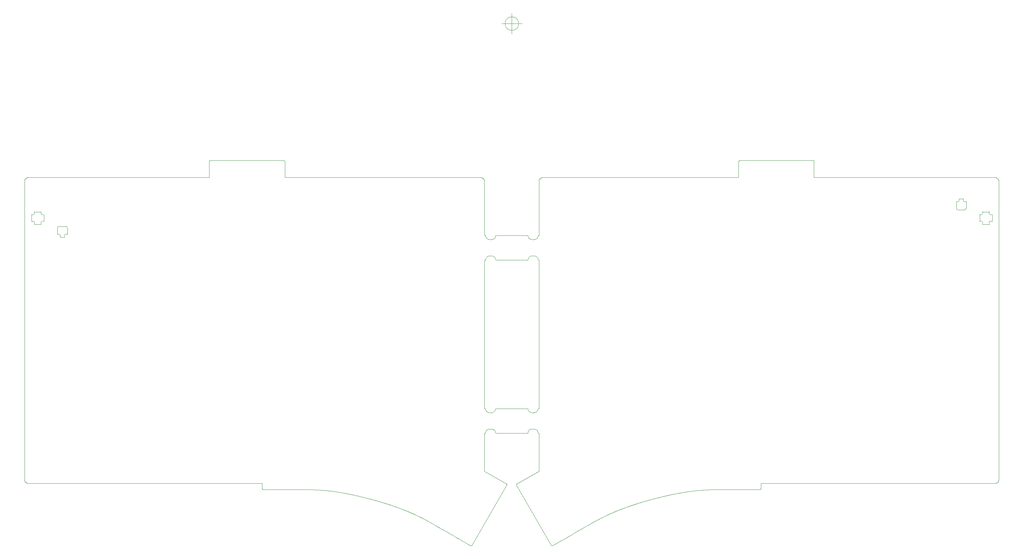
<source format=gm1>
G04 #@! TF.GenerationSoftware,KiCad,Pcbnew,9.0.3*
G04 #@! TF.CreationDate,2025-07-20T15:55:04+08:00*
G04 #@! TF.ProjectId,totem_0_3,746f7465-6d5f-4305-9f33-2e6b69636164,0.3*
G04 #@! TF.SameCoordinates,Original*
G04 #@! TF.FileFunction,Profile,NP*
%FSLAX46Y46*%
G04 Gerber Fmt 4.6, Leading zero omitted, Abs format (unit mm)*
G04 Created by KiCad (PCBNEW 9.0.3) date 2025-07-20 15:55:04*
%MOMM*%
%LPD*%
G01*
G04 APERTURE LIST*
%ADD10C,0.010000*%
G04 #@! TA.AperFunction,Profile*
%ADD11C,0.010000*%
G04 #@! TD*
G04 #@! TA.AperFunction,Profile*
%ADD12C,0.100000*%
G04 #@! TD*
G04 #@! TA.AperFunction,Profile*
%ADD13C,0.080000*%
G04 #@! TD*
G04 #@! TA.AperFunction,Profile*
%ADD14C,0.120000*%
G04 #@! TD*
G04 APERTURE END LIST*
D10*
X143273902Y-50653362D02*
X143273862Y-50644307D01*
X143273742Y-50635263D01*
X143273543Y-50626230D01*
X143273264Y-50617208D01*
X143272905Y-50608198D01*
X143272467Y-50599199D01*
X143271949Y-50590213D01*
X143271352Y-50581239D01*
X143270676Y-50572278D01*
X143269921Y-50563331D01*
X143269087Y-50554397D01*
X143268174Y-50545478D01*
X143267182Y-50536572D01*
X143266111Y-50527682D01*
X143264962Y-50518807D01*
X143263734Y-50509948D01*
X143262428Y-50501105D01*
X143261044Y-50492278D01*
X143259581Y-50483468D01*
X143258040Y-50474675D01*
X143256421Y-50465901D01*
X143254724Y-50457144D01*
X143252950Y-50448406D01*
X143251098Y-50439687D01*
X143249168Y-50430988D01*
X143247161Y-50422309D01*
X143245076Y-50413650D01*
X143242915Y-50405012D01*
X143240676Y-50396396D01*
X143238361Y-50387801D01*
X143235969Y-50379229D01*
X143233500Y-50370680D01*
X143230955Y-50362154D01*
X143228334Y-50353652D01*
X143225636Y-50345175D01*
X143222863Y-50336723D01*
X143220014Y-50328296D01*
X143217089Y-50319895D01*
X143214089Y-50311520D01*
X143211014Y-50303173D01*
X143207864Y-50294854D01*
X143204638Y-50286562D01*
X143201339Y-50278300D01*
X143197965Y-50270066D01*
X143194517Y-50261863D01*
X143190995Y-50253690D01*
X143187399Y-50245548D01*
X143183730Y-50237438D01*
X143179988Y-50229360D01*
X143176173Y-50221314D01*
X143172285Y-50213302D01*
X143168325Y-50205324D01*
X143164292Y-50197381D01*
X143160188Y-50189473D01*
X143156013Y-50181600D01*
X143151766Y-50173764D01*
X143147448Y-50165965D01*
X143143060Y-50158203D01*
X143138602Y-50150480D01*
X143134073Y-50142796D01*
X143129475Y-50135150D01*
X143124808Y-50127545D01*
X143120072Y-50119981D01*
X143115268Y-50112458D01*
X143110395Y-50104977D01*
X143105455Y-50097539D01*
X143100447Y-50090143D01*
X143095373Y-50082792D01*
X143090232Y-50075484D01*
X143085025Y-50068222D01*
X143079752Y-50061006D01*
X143074414Y-50053836D01*
X143069011Y-50046712D01*
X143063544Y-50039637D01*
X143058013Y-50032609D01*
X143052419Y-50025630D01*
X143046762Y-50018701D01*
X143041042Y-50011821D01*
X143035260Y-50004992D01*
X143029417Y-49998214D01*
X143023513Y-49991488D01*
X143017548Y-49984815D01*
X143011524Y-49978194D01*
X143005440Y-49971627D01*
X142999297Y-49965114D01*
X142993096Y-49958656D01*
X142986837Y-49952253D01*
X142980520Y-49945906D01*
X142974148Y-49939615D01*
X142967719Y-49933382D01*
X142964483Y-49930287D01*
X142961234Y-49927206D01*
X142957971Y-49924140D01*
X142954695Y-49921088D01*
X142951404Y-49918051D01*
X142948101Y-49915029D01*
X142944784Y-49912021D01*
X142941453Y-49909029D01*
X142938109Y-49906051D01*
X142934752Y-49903088D01*
X142931382Y-49900141D01*
X142927998Y-49897208D01*
X142924602Y-49894291D01*
X142921193Y-49891389D01*
X142917771Y-49888503D01*
X142914336Y-49885631D01*
X142910888Y-49882776D01*
X142907428Y-49879935D01*
X142903955Y-49877111D01*
X142900470Y-49874302D01*
X142896972Y-49871508D01*
X142893462Y-49868731D01*
X142889940Y-49865969D01*
X142886406Y-49863223D01*
X142882859Y-49860493D01*
X142879301Y-49857779D01*
X142875730Y-49855081D01*
X142872148Y-49852399D01*
X142868554Y-49849734D01*
X142864948Y-49847084D01*
X142861331Y-49844451D01*
X142857702Y-49841834D01*
X142854062Y-49839234D01*
X142850410Y-49836650D01*
X142846747Y-49834083D01*
X142843072Y-49831532D01*
X142839387Y-49828998D01*
X142835690Y-49826480D01*
X142831983Y-49823979D01*
X142828264Y-49821495D01*
X142824535Y-49819028D01*
X142820795Y-49816577D01*
X142817045Y-49814144D01*
X142813283Y-49811728D01*
X142809512Y-49809329D01*
X142805729Y-49806946D01*
X142801937Y-49804581D01*
X142798133Y-49802233D01*
X142794321Y-49799902D01*
X142790497Y-49797588D01*
X142786664Y-49795292D01*
X142782821Y-49793013D01*
X142778968Y-49790752D01*
X142775105Y-49788508D01*
X142771233Y-49786282D01*
X142767350Y-49784072D01*
X142763459Y-49781881D01*
X142759557Y-49779707D01*
X142755647Y-49777551D01*
X142751726Y-49775413D01*
X142747798Y-49773292D01*
X142743859Y-49771189D01*
X142739912Y-49769105D01*
X142735955Y-49767037D01*
X142731990Y-49764988D01*
X142728015Y-49762957D01*
X142724033Y-49760944D01*
X142720040Y-49758948D01*
X142716041Y-49756971D01*
X142712031Y-49755012D01*
X142708014Y-49753071D01*
X142703988Y-49751148D01*
X142699954Y-49749244D01*
X142695911Y-49747357D01*
X142691862Y-49745490D01*
X142687802Y-49743640D01*
X142683736Y-49741809D01*
X142679661Y-49739995D01*
X142675580Y-49738201D01*
X142671489Y-49736425D01*
X142667392Y-49734667D01*
X142663285Y-49732928D01*
X142659173Y-49731208D01*
X142655052Y-49729505D01*
X142650925Y-49727822D01*
X142646789Y-49726157D01*
X142642647Y-49724511D01*
X142638496Y-49722883D01*
X142634341Y-49721275D01*
X142630176Y-49719685D01*
X142626006Y-49718114D01*
X142621827Y-49716561D01*
X142617644Y-49715028D01*
X142613452Y-49713513D01*
X142609255Y-49712017D01*
X142605049Y-49710540D01*
X142600839Y-49709082D01*
X142596621Y-49707643D01*
X142592398Y-49706223D01*
X142588166Y-49704821D01*
X142583931Y-49703439D01*
X142579687Y-49702076D01*
X142575440Y-49700732D01*
X142571184Y-49699407D01*
X142566924Y-49698101D01*
X142562656Y-49696814D01*
X142558385Y-49695547D01*
X142554105Y-49694298D01*
X142549822Y-49693070D01*
X142545532Y-49691859D01*
X142541237Y-49690669D01*
X142536936Y-49689497D01*
X142532630Y-49688345D01*
X142528318Y-49687212D01*
X142524002Y-49686098D01*
X142519679Y-49685004D01*
X142515353Y-49683929D01*
X142511019Y-49682873D01*
X142506683Y-49681837D01*
X142502339Y-49680820D01*
X142497993Y-49679823D01*
X142493639Y-49678844D01*
X142489283Y-49677886D01*
X142484920Y-49676947D01*
X142480555Y-49676027D01*
X142476183Y-49675127D01*
X142471808Y-49674246D01*
X142467427Y-49673385D01*
X142463043Y-49672544D01*
X142458653Y-49671721D01*
X142454261Y-49670919D01*
X142449862Y-49670136D01*
X142445461Y-49669373D01*
X142441054Y-49668629D01*
X142436645Y-49667905D01*
X142432230Y-49667200D01*
X142427813Y-49666516D01*
X142423390Y-49665850D01*
X142418965Y-49665205D01*
X142414535Y-49664579D01*
X142410102Y-49663973D01*
X142405664Y-49663386D01*
X142401224Y-49662819D01*
X142396779Y-49662272D01*
X142392332Y-49661745D01*
X142387879Y-49661238D01*
X142383426Y-49660750D01*
X142378966Y-49660282D01*
X142374506Y-49659834D01*
X142370040Y-49659405D01*
X142365573Y-49658997D01*
X142361101Y-49658608D01*
X142356628Y-49658239D01*
X142352149Y-49657890D01*
X142347670Y-49657560D01*
X142343185Y-49657251D01*
X142338700Y-49656962D01*
X142334210Y-49656692D01*
X142329719Y-49656442D01*
X142325223Y-49656212D01*
X142320726Y-49656002D01*
X142316225Y-49655812D01*
X142311723Y-49655642D01*
X142307216Y-49655492D01*
X142302710Y-49655362D01*
X142298198Y-49655251D01*
X142293686Y-49655161D01*
X142289169Y-49655091D01*
X142284653Y-49655041D01*
X142280132Y-49655010D01*
X142275546Y-49655000D01*
X132189674Y-135387047D02*
X133099451Y-135912589D01*
X134022906Y-136446002D01*
X134744506Y-136862792D01*
X135455085Y-137273189D01*
X136038554Y-137610149D01*
X136603071Y-137936138D01*
X137071998Y-138206902D01*
X137519656Y-138465359D01*
X137891496Y-138680019D01*
X138242306Y-138882513D01*
X138531909Y-139049653D01*
X138802006Y-139205511D01*
X139022583Y-139332770D01*
X139225826Y-139450002D01*
X139389278Y-139544260D01*
X139537856Y-139629915D01*
X139654902Y-139697368D01*
X139759605Y-139757683D01*
X139852007Y-139810883D01*
X184423903Y-128454965D02*
X184468858Y-128442936D01*
X184513738Y-128430947D01*
X184558538Y-128419001D01*
X184603263Y-128407095D01*
X184647908Y-128395231D01*
X184692478Y-128383408D01*
X184736970Y-128371626D01*
X184781386Y-128359885D01*
X184825724Y-128348185D01*
X184869988Y-128336526D01*
X184914174Y-128324908D01*
X184958286Y-128313329D01*
X185002321Y-128301792D01*
X185046281Y-128290295D01*
X185090166Y-128278838D01*
X185133976Y-128267422D01*
X185177710Y-128256046D01*
X185221371Y-128244709D01*
X185264956Y-128233413D01*
X185308468Y-128222157D01*
X185351905Y-128210940D01*
X185395270Y-128199763D01*
X185438559Y-128188626D01*
X185481776Y-128177528D01*
X185524920Y-128166470D01*
X185567990Y-128155451D01*
X185610988Y-128144471D01*
X185653913Y-128133530D01*
X185696766Y-128122629D01*
X185739546Y-128111766D01*
X185782255Y-128100943D01*
X185824892Y-128090158D01*
X185867457Y-128079412D01*
X185909951Y-128068704D01*
X185952373Y-128058035D01*
X185994725Y-128047405D01*
X186037006Y-128036813D01*
X186079216Y-128026259D01*
X186121356Y-128015743D01*
X186163425Y-128005266D01*
X186205425Y-127994826D01*
X186247355Y-127984425D01*
X186289216Y-127974061D01*
X186331006Y-127963735D01*
X186372728Y-127953447D01*
X186414381Y-127943196D01*
X186455965Y-127932983D01*
X186497480Y-127922807D01*
X186538928Y-127912669D01*
X186580306Y-127902568D01*
X186621617Y-127892503D01*
X186662860Y-127882477D01*
X186704036Y-127872486D01*
X186745144Y-127862534D01*
X186786185Y-127852617D01*
X186827159Y-127842738D01*
X186868067Y-127832895D01*
X186908906Y-127823089D01*
X186949682Y-127813319D01*
X186990389Y-127803586D01*
X187031032Y-127793888D01*
X187071607Y-127784228D01*
X187112119Y-127774603D01*
X187152564Y-127765014D01*
X187192945Y-127755462D01*
X187233259Y-127745945D01*
X187273511Y-127736464D01*
X187313695Y-127727019D01*
X187353818Y-127717609D01*
X187393874Y-127708236D01*
X187433869Y-127698897D01*
X187473797Y-127689594D01*
X187513664Y-127680326D01*
X187553465Y-127671094D01*
X187593207Y-127661896D01*
X187632881Y-127652735D01*
X187672497Y-127643607D01*
X187712046Y-127634515D01*
X187751536Y-127625457D01*
X187790961Y-127616435D01*
X187830327Y-127607447D01*
X187869628Y-127598494D01*
X187908871Y-127589575D01*
X187948049Y-127580691D01*
X187987169Y-127571840D01*
X188026225Y-127563025D01*
X188065224Y-127554243D01*
X188104158Y-127545496D01*
X188143036Y-127536782D01*
X188181849Y-127528103D01*
X188220607Y-127519457D01*
X188259300Y-127510846D01*
X188297939Y-127502267D01*
X188336513Y-127493723D01*
X188375033Y-127485212D01*
X188413489Y-127476735D01*
X188451891Y-127468291D01*
X188490230Y-127459881D01*
X188528515Y-127451503D01*
X188566737Y-127443160D01*
X188604906Y-127434848D01*
X188643012Y-127426571D01*
X188681066Y-127418325D01*
X188719057Y-127410114D01*
X188756997Y-127401934D01*
X188794873Y-127393788D01*
X188832699Y-127385673D01*
X188870462Y-127377593D01*
X188908175Y-127369543D01*
X188945825Y-127361527D01*
X188983426Y-127353543D01*
X189020965Y-127345592D01*
X189058454Y-127337671D01*
X189095882Y-127329785D01*
X189133261Y-127321928D01*
X189170578Y-127314106D01*
X189207847Y-127306313D01*
X189245055Y-127298554D01*
X189282215Y-127290826D01*
X189319314Y-127283130D01*
X189356367Y-127275464D01*
X189393358Y-127267832D01*
X189430303Y-127260230D01*
X189467187Y-127252660D01*
X189504026Y-127245120D01*
X189540804Y-127237613D01*
X189577537Y-127230136D01*
X189614209Y-127222691D01*
X189650837Y-127215275D01*
X189687405Y-127207892D01*
X189723930Y-127200539D01*
X189760394Y-127193218D01*
X189796815Y-127185926D01*
X189833176Y-127178666D01*
X189869494Y-127171435D01*
X189905753Y-127164236D01*
X189941971Y-127157066D01*
X189978128Y-127149929D01*
X190014244Y-127142819D01*
X190050302Y-127135742D01*
X190086318Y-127128693D01*
X190122275Y-127121676D01*
X190158193Y-127114687D01*
X190194051Y-127107730D01*
X190229870Y-127100801D01*
X190265631Y-127093903D01*
X190301353Y-127087034D01*
X190337016Y-127080196D01*
X190372641Y-127073385D01*
X190408208Y-127066606D01*
X190443737Y-127059855D01*
X190479209Y-127053135D01*
X190514643Y-127046442D01*
X190550020Y-127039781D01*
X190585360Y-127033146D01*
X190620643Y-127026543D01*
X190655890Y-127019967D01*
X190691079Y-127013422D01*
X190726234Y-127006904D01*
X190761332Y-127000416D01*
X190796395Y-126993955D01*
X190831401Y-126987525D01*
X190866373Y-126981122D01*
X190901289Y-126974749D01*
X190936171Y-126968403D01*
X190970997Y-126962087D01*
X191005791Y-126955797D01*
X191040528Y-126949538D01*
X191075233Y-126943305D01*
X191109883Y-126937102D01*
X191144501Y-126930925D01*
X191179063Y-126924779D01*
X191213595Y-126918658D01*
X191248071Y-126912567D01*
X191282517Y-126906502D01*
X191316907Y-126900467D01*
X191351269Y-126894457D01*
X191385575Y-126888477D01*
X191419853Y-126882522D01*
X191454075Y-126876598D01*
X191488270Y-126870698D01*
X191522410Y-126864828D01*
X191556523Y-126858983D01*
X191590581Y-126853168D01*
X191624612Y-126847377D01*
X191658589Y-126841616D01*
X191726438Y-126830173D01*
X191794128Y-126818837D01*
X191861661Y-126807608D01*
X191929039Y-126796486D01*
X191996264Y-126785471D01*
X192063338Y-126774561D01*
X192130263Y-126763756D01*
X192197040Y-126753056D01*
X192263671Y-126742460D01*
X192330159Y-126731967D01*
X192396505Y-126721578D01*
X192462710Y-126711292D01*
X192528778Y-126701108D01*
X192594710Y-126691025D01*
X192660507Y-126681044D01*
X192726172Y-126671164D01*
X192791707Y-126661384D01*
X192857114Y-126651704D01*
X192922394Y-126642123D01*
X192987550Y-126632641D01*
X193052584Y-126623257D01*
X193117498Y-126613972D01*
X193182294Y-126604784D01*
X193246974Y-126595693D01*
X193311540Y-126586699D01*
X193375994Y-126577800D01*
X193440339Y-126568998D01*
X193504576Y-126560291D01*
X193568708Y-126551678D01*
X193632738Y-126543160D01*
X193696666Y-126534736D01*
X193760496Y-126526405D01*
X193824230Y-126518168D01*
X193887871Y-126510022D01*
X193951419Y-126501970D01*
X194014879Y-126494008D01*
X194078252Y-126486138D01*
X194141541Y-126478359D01*
X194204748Y-126470671D01*
X194267875Y-126463072D01*
X194330926Y-126455563D01*
X194393903Y-126448144D01*
X194456809Y-126440813D01*
X194519645Y-126433570D01*
X194582415Y-126426415D01*
X194645122Y-126419348D01*
X194707768Y-126412368D01*
X194770356Y-126405475D01*
X194832889Y-126398668D01*
X194895370Y-126391947D01*
X194957802Y-126385312D01*
X195020187Y-126378762D01*
X195082530Y-126372296D01*
X195144832Y-126365915D01*
X195207097Y-126359618D01*
X195269329Y-126353404D01*
X195331530Y-126347274D01*
X195393704Y-126341227D01*
X195455855Y-126335262D01*
X195517986Y-126329379D01*
X195580099Y-126323577D01*
X195642200Y-126317857D01*
X195704292Y-126312218D01*
X195766378Y-126306660D01*
X195828462Y-126301182D01*
X195890549Y-126295784D01*
X195952642Y-126290465D01*
X196014745Y-126285225D01*
X196076864Y-126280065D01*
X196139001Y-126274982D01*
X196201162Y-126269978D01*
X196263351Y-126265051D01*
X196325573Y-126260202D01*
X196387832Y-126255430D01*
X196450134Y-126250735D01*
X196512484Y-126246116D01*
X196574887Y-126241573D01*
X196637347Y-126237106D01*
X196699872Y-126232714D01*
X196762466Y-126228397D01*
X196825136Y-126224155D01*
X196887887Y-126219988D01*
X196950725Y-126215894D01*
X197013658Y-126211874D01*
X197076692Y-126207928D01*
X197139834Y-126204055D01*
X197203091Y-126200254D01*
X197266470Y-126196526D01*
X197329979Y-126192870D01*
X197393627Y-126189287D01*
X197457420Y-126185774D01*
X197521369Y-126182333D01*
X197585482Y-126178963D01*
X197649768Y-126175664D01*
X197714238Y-126172435D01*
X197778900Y-126169276D01*
X197843766Y-126166187D01*
X197908847Y-126163167D01*
X197974155Y-126160217D01*
X198039701Y-126157336D01*
X198105499Y-126154523D01*
X198171561Y-126151779D01*
X198237902Y-126149103D01*
X198304537Y-126146494D01*
X198371481Y-126143953D01*
X198438750Y-126141480D01*
X198506362Y-126139074D01*
X198574336Y-126136734D01*
X198642690Y-126134461D01*
X198711446Y-126132254D01*
X198780626Y-126130114D01*
X198850253Y-126128039D01*
X198920352Y-126126029D01*
X198990950Y-126124085D01*
X199062075Y-126122206D01*
X199133760Y-126120391D01*
X199206037Y-126118641D01*
X199278942Y-126116956D01*
X199352514Y-126115334D01*
X199426796Y-126113776D01*
X199501834Y-126112282D01*
X199577678Y-126110851D01*
X199654385Y-126109484D01*
X199732015Y-126108179D01*
X199810636Y-126106937D01*
X199890324Y-126105757D01*
X199971163Y-126104640D01*
X200053249Y-126103585D01*
X200136688Y-126102591D01*
X200221603Y-126101659D01*
X200308135Y-126100788D01*
X200396447Y-126099979D01*
X200486730Y-126099230D01*
X200579210Y-126098542D01*
X200674158Y-126097915D01*
X200771905Y-126097348D01*
X200872860Y-126096840D01*
X200977543Y-126096392D01*
X201086630Y-126096004D01*
X201201032Y-126095675D01*
X201322030Y-126095404D01*
X201451528Y-126095191D01*
X201592604Y-126095035D01*
X201750883Y-126094935D01*
X201939103Y-126094888D01*
X202129821Y-126094881D01*
X224002000Y-45795611D02*
X224001960Y-45790764D01*
X224001840Y-45785924D01*
X224001641Y-45781092D01*
X224001362Y-45776267D01*
X224001004Y-45771452D01*
X224000567Y-45766646D01*
X224000050Y-45761850D01*
X223999454Y-45757065D01*
X223998780Y-45752292D01*
X223998026Y-45747531D01*
X223997194Y-45742783D01*
X223996283Y-45738050D01*
X223995294Y-45733332D01*
X223994227Y-45728629D01*
X223993081Y-45723944D01*
X223991858Y-45719276D01*
X223990557Y-45714627D01*
X223989179Y-45709998D01*
X223987723Y-45705390D01*
X223986191Y-45700803D01*
X223984582Y-45696239D01*
X223982897Y-45691699D01*
X223981136Y-45687184D01*
X223979299Y-45682695D01*
X223977388Y-45678233D01*
X223975401Y-45673800D01*
X223973340Y-45669397D01*
X223971206Y-45665024D01*
X223968998Y-45660683D01*
X223966718Y-45656375D01*
X223964365Y-45652102D01*
X223961940Y-45647864D01*
X223959445Y-45643664D01*
X223956879Y-45639501D01*
X223954244Y-45635378D01*
X223951540Y-45631295D01*
X223948768Y-45627255D01*
X223945929Y-45623258D01*
X223943023Y-45619305D01*
X223940051Y-45615398D01*
X223937015Y-45611538D01*
X223933915Y-45607726D01*
X223930752Y-45603963D01*
X223927527Y-45600252D01*
X223924242Y-45596592D01*
X223920896Y-45592985D01*
X223917492Y-45589433D01*
X223914031Y-45585936D01*
X223912278Y-45584209D01*
X223910512Y-45582496D01*
X223908732Y-45580797D01*
X223906939Y-45579113D01*
X223905132Y-45577444D01*
X223903311Y-45575789D01*
X223901477Y-45574150D01*
X223899630Y-45572526D01*
X223897770Y-45570917D01*
X223895897Y-45569323D01*
X223894012Y-45567745D01*
X223892114Y-45566182D01*
X223890204Y-45564635D01*
X223888281Y-45563104D01*
X223886347Y-45561589D01*
X223884400Y-45560090D01*
X223882442Y-45558608D01*
X223880472Y-45557141D01*
X223878491Y-45555691D01*
X223876498Y-45554258D01*
X223874495Y-45552841D01*
X223872480Y-45551441D01*
X223870455Y-45550059D01*
X223868419Y-45548692D01*
X223866373Y-45547344D01*
X223864316Y-45546011D01*
X223862249Y-45544697D01*
X223860172Y-45543400D01*
X223858086Y-45542120D01*
X223855989Y-45540858D01*
X223853884Y-45539614D01*
X223851768Y-45538387D01*
X223849644Y-45537178D01*
X223847510Y-45535987D01*
X223845368Y-45534814D01*
X223843216Y-45533658D01*
X223841057Y-45532522D01*
X223838888Y-45531403D01*
X223836712Y-45530303D01*
X223834527Y-45529220D01*
X223832335Y-45528157D01*
X223830134Y-45527111D01*
X223827927Y-45526085D01*
X223825710Y-45525076D01*
X223823488Y-45524087D01*
X223821257Y-45523116D01*
X223819021Y-45522164D01*
X223816776Y-45521231D01*
X223814526Y-45520317D01*
X223812267Y-45519421D01*
X223810004Y-45518545D01*
X223807733Y-45517687D01*
X223805457Y-45516849D01*
X223803173Y-45516030D01*
X223800886Y-45515230D01*
X223798590Y-45514449D01*
X223796291Y-45513688D01*
X223793984Y-45512945D01*
X223791675Y-45512222D01*
X223789357Y-45511518D01*
X223787037Y-45510835D01*
X223784709Y-45510169D01*
X223782379Y-45509524D01*
X223780042Y-45508898D01*
X223777702Y-45508292D01*
X223775356Y-45507705D01*
X223773007Y-45507138D01*
X223770652Y-45506590D01*
X223768296Y-45506062D01*
X223765932Y-45505553D01*
X223763568Y-45505065D01*
X223761196Y-45504595D01*
X223758824Y-45504146D01*
X223756446Y-45503716D01*
X223754067Y-45503307D01*
X223751681Y-45502916D01*
X223749296Y-45502546D01*
X223746904Y-45502195D01*
X223744512Y-45501865D01*
X223742114Y-45501553D01*
X223739716Y-45501262D01*
X223737313Y-45500991D01*
X223734910Y-45500740D01*
X223732501Y-45500508D01*
X223730093Y-45500297D01*
X223727680Y-45500105D01*
X223725267Y-45499933D01*
X223722849Y-45499781D01*
X223720432Y-45499649D01*
X223718010Y-45499538D01*
X223715588Y-45499446D01*
X223713163Y-45499374D01*
X223710738Y-45499322D01*
X223708308Y-45499290D01*
X223705657Y-45499278D01*
D11*
X156625000Y-69884000D02*
X156625000Y-106284348D01*
D10*
X30632000Y-123593688D02*
X30632040Y-123602743D01*
X30632160Y-123611787D01*
X30632359Y-123620820D01*
X30632638Y-123629842D01*
X30632997Y-123638852D01*
X30633435Y-123647851D01*
X30633953Y-123656837D01*
X30634550Y-123665811D01*
X30635226Y-123674771D01*
X30635981Y-123683719D01*
X30636815Y-123692652D01*
X30637728Y-123701572D01*
X30638720Y-123710477D01*
X30639791Y-123719367D01*
X30640940Y-123728242D01*
X30642168Y-123737101D01*
X30643474Y-123745945D01*
X30644858Y-123754771D01*
X30646321Y-123763581D01*
X30647862Y-123772374D01*
X30649481Y-123781148D01*
X30651178Y-123789905D01*
X30652952Y-123798643D01*
X30654804Y-123807362D01*
X30656734Y-123816061D01*
X30658741Y-123824740D01*
X30660825Y-123833399D01*
X30662987Y-123842037D01*
X30665226Y-123850653D01*
X30667541Y-123859247D01*
X30669933Y-123867819D01*
X30672402Y-123876369D01*
X30674947Y-123884894D01*
X30677568Y-123893396D01*
X30680266Y-123901873D01*
X30683039Y-123910326D01*
X30685888Y-123918752D01*
X30688813Y-123927153D01*
X30691813Y-123935527D01*
X30694888Y-123943875D01*
X30698038Y-123952194D01*
X30701263Y-123960485D01*
X30704563Y-123968748D01*
X30707937Y-123976981D01*
X30711385Y-123985185D01*
X30714907Y-123993357D01*
X30718503Y-124001499D01*
X30722172Y-124009610D01*
X30725914Y-124017688D01*
X30729729Y-124025733D01*
X30733617Y-124033745D01*
X30737577Y-124041723D01*
X30741609Y-124049666D01*
X30745713Y-124057574D01*
X30749889Y-124065447D01*
X30754136Y-124073283D01*
X30758453Y-124081082D01*
X30762842Y-124088843D01*
X30767300Y-124096567D01*
X30771828Y-124104251D01*
X30776426Y-124111896D01*
X30781094Y-124119501D01*
X30785830Y-124127065D01*
X30790634Y-124134588D01*
X30795507Y-124142069D01*
X30800447Y-124149508D01*
X30805454Y-124156903D01*
X30810529Y-124164254D01*
X30815670Y-124171562D01*
X30820877Y-124178824D01*
X30826150Y-124186040D01*
X30831488Y-124193210D01*
X30836890Y-124200333D01*
X30842358Y-124207409D01*
X30847889Y-124214437D01*
X30853483Y-124221415D01*
X30859140Y-124228345D01*
X30864860Y-124235224D01*
X30870642Y-124242053D01*
X30876485Y-124248831D01*
X30882389Y-124255557D01*
X30888354Y-124262231D01*
X30894378Y-124268851D01*
X30900462Y-124275418D01*
X30906605Y-124281931D01*
X30912806Y-124288389D01*
X30919065Y-124294792D01*
X30925381Y-124301139D01*
X30931754Y-124307430D01*
X30938183Y-124313663D01*
X30941419Y-124316758D01*
X30944668Y-124319839D01*
X30947931Y-124322905D01*
X30951207Y-124325957D01*
X30954498Y-124328994D01*
X30957801Y-124332016D01*
X30961118Y-124335023D01*
X30964449Y-124338016D01*
X30967793Y-124340994D01*
X30971150Y-124343956D01*
X30974520Y-124346904D01*
X30977904Y-124349836D01*
X30981300Y-124352753D01*
X30984709Y-124355655D01*
X30988131Y-124358542D01*
X30991566Y-124361413D01*
X30995014Y-124364269D01*
X30998474Y-124367109D01*
X31001947Y-124369934D01*
X31005432Y-124372743D01*
X31008930Y-124375536D01*
X31012440Y-124378314D01*
X31015962Y-124381076D01*
X31019497Y-124383822D01*
X31023043Y-124386551D01*
X31026602Y-124389266D01*
X31030172Y-124391963D01*
X31033754Y-124394645D01*
X31037348Y-124397311D01*
X31040954Y-124399960D01*
X31044571Y-124402593D01*
X31048201Y-124405210D01*
X31051841Y-124407810D01*
X31055493Y-124410394D01*
X31059156Y-124412962D01*
X31062830Y-124415513D01*
X31066515Y-124418047D01*
X31070212Y-124420564D01*
X31073919Y-124423065D01*
X31077638Y-124425549D01*
X31081367Y-124428016D01*
X31085108Y-124430467D01*
X31088858Y-124432900D01*
X31092620Y-124435317D01*
X31096391Y-124437716D01*
X31100174Y-124440098D01*
X31103966Y-124442463D01*
X31107769Y-124444812D01*
X31111582Y-124447142D01*
X31115406Y-124449456D01*
X31119238Y-124451752D01*
X31123082Y-124454031D01*
X31126934Y-124456292D01*
X31130798Y-124458536D01*
X31134670Y-124460763D01*
X31138553Y-124462972D01*
X31142444Y-124465163D01*
X31146346Y-124467337D01*
X31150256Y-124469493D01*
X31154177Y-124471631D01*
X31158105Y-124473752D01*
X31162044Y-124475855D01*
X31165991Y-124477940D01*
X31169948Y-124480007D01*
X31173913Y-124482056D01*
X31177888Y-124484087D01*
X31181870Y-124486100D01*
X31185863Y-124488096D01*
X31189863Y-124490073D01*
X31193872Y-124492032D01*
X31197889Y-124493973D01*
X31201916Y-124495896D01*
X31205949Y-124497800D01*
X31209992Y-124499687D01*
X31214042Y-124501554D01*
X31218101Y-124503404D01*
X31222167Y-124505235D01*
X31226242Y-124507049D01*
X31230324Y-124508843D01*
X31234415Y-124510619D01*
X31238512Y-124512377D01*
X31242618Y-124514116D01*
X31246730Y-124515836D01*
X31250852Y-124517539D01*
X31254979Y-124519222D01*
X31259115Y-124520887D01*
X31263257Y-124522533D01*
X31267407Y-124524161D01*
X31271563Y-124525769D01*
X31275728Y-124527359D01*
X31279898Y-124528930D01*
X31284077Y-124530483D01*
X31288260Y-124532016D01*
X31292452Y-124533531D01*
X31296649Y-124535027D01*
X31300855Y-124536504D01*
X31305065Y-124537962D01*
X31309284Y-124539401D01*
X31313506Y-124540821D01*
X31317738Y-124542223D01*
X31321973Y-124543605D01*
X31326217Y-124544968D01*
X31330465Y-124546312D01*
X31334721Y-124547637D01*
X31338980Y-124548942D01*
X31343248Y-124550230D01*
X31347520Y-124551497D01*
X31351799Y-124552745D01*
X31356082Y-124553974D01*
X31360373Y-124555185D01*
X31364667Y-124556375D01*
X31368969Y-124557547D01*
X31373274Y-124558699D01*
X31377587Y-124559832D01*
X31381903Y-124560946D01*
X31386226Y-124562040D01*
X31390552Y-124563115D01*
X31394886Y-124564171D01*
X31399222Y-124565207D01*
X31403566Y-124566224D01*
X31407912Y-124567221D01*
X31412266Y-124568199D01*
X31416622Y-124569158D01*
X31420985Y-124570097D01*
X31425350Y-124571017D01*
X31429723Y-124571917D01*
X31434097Y-124572797D01*
X31438479Y-124573659D01*
X31442862Y-124574500D01*
X31447252Y-124575323D01*
X31451645Y-124576125D01*
X31456043Y-124576908D01*
X31460444Y-124577671D01*
X31464851Y-124578415D01*
X31469260Y-124579139D01*
X31473676Y-124579844D01*
X31478093Y-124580528D01*
X31482516Y-124581194D01*
X31486941Y-124581839D01*
X31491371Y-124582465D01*
X31495804Y-124583071D01*
X31500242Y-124583658D01*
X31504682Y-124584224D01*
X31509127Y-124584772D01*
X31513574Y-124585299D01*
X31518027Y-124585806D01*
X31522481Y-124586294D01*
X31526940Y-124586762D01*
X31531400Y-124587210D01*
X31535866Y-124587639D01*
X31540333Y-124588047D01*
X31544806Y-124588436D01*
X31549279Y-124588805D01*
X31553758Y-124589154D01*
X31558237Y-124589483D01*
X31562722Y-124589793D01*
X31567207Y-124590082D01*
X31571697Y-124590352D01*
X31576188Y-124590602D01*
X31580684Y-124590832D01*
X31585181Y-124591042D01*
X31589682Y-124591232D01*
X31594184Y-124591402D01*
X31598691Y-124591552D01*
X31603198Y-124591682D01*
X31607709Y-124591793D01*
X31612221Y-124591883D01*
X31616738Y-124591953D01*
X31621255Y-124592003D01*
X31625776Y-124592034D01*
X31630362Y-124592044D01*
D11*
X143577565Y-69884348D02*
X143270414Y-69884348D01*
D10*
X211023356Y-125798549D02*
X211023356Y-124592044D01*
X205798654Y-45499278D02*
X205793807Y-45499318D01*
X205788967Y-45499438D01*
X205784134Y-45499637D01*
X205779310Y-45499916D01*
X205774494Y-45500274D01*
X205769688Y-45500711D01*
X205764892Y-45501228D01*
X205760107Y-45501824D01*
X205755333Y-45502498D01*
X205750572Y-45503252D01*
X205745825Y-45504084D01*
X205741091Y-45504995D01*
X205736373Y-45505984D01*
X205731670Y-45507051D01*
X205726985Y-45508197D01*
X205722317Y-45509420D01*
X205717668Y-45510721D01*
X205713038Y-45512099D01*
X205708430Y-45513555D01*
X205703843Y-45515087D01*
X205699279Y-45516696D01*
X205694739Y-45518381D01*
X205690223Y-45520142D01*
X205685734Y-45521979D01*
X205681273Y-45523890D01*
X205676839Y-45525877D01*
X205672435Y-45527938D01*
X205668062Y-45530072D01*
X205663721Y-45532280D01*
X205659413Y-45534561D01*
X205655140Y-45536913D01*
X205650902Y-45539338D01*
X205646701Y-45541833D01*
X205642539Y-45544399D01*
X205638415Y-45547034D01*
X205634333Y-45549738D01*
X205630292Y-45552510D01*
X205626294Y-45555350D01*
X205622341Y-45558255D01*
X205618434Y-45561227D01*
X205614574Y-45564263D01*
X205610762Y-45567363D01*
X205606999Y-45570526D01*
X205603287Y-45573751D01*
X205599628Y-45577036D01*
X205596021Y-45580382D01*
X205592468Y-45583786D01*
X205588971Y-45587247D01*
X205587244Y-45589000D01*
X205585531Y-45590766D01*
X205583832Y-45592546D01*
X205582148Y-45594339D01*
X205580479Y-45596146D01*
X205578824Y-45597967D01*
X205577185Y-45599801D01*
X205575560Y-45601648D01*
X205573951Y-45603508D01*
X205572357Y-45605381D01*
X205570779Y-45607266D01*
X205569216Y-45609164D01*
X205567670Y-45611074D01*
X205566138Y-45612997D01*
X205564624Y-45614931D01*
X205563124Y-45616878D01*
X205561642Y-45618836D01*
X205560175Y-45620806D01*
X205558726Y-45622786D01*
X205557292Y-45624779D01*
X205555875Y-45626782D01*
X205554475Y-45628797D01*
X205553092Y-45630822D01*
X205551726Y-45632858D01*
X205550377Y-45634904D01*
X205549045Y-45636962D01*
X205547731Y-45639028D01*
X205546433Y-45641105D01*
X205545154Y-45643191D01*
X205543891Y-45645288D01*
X205542647Y-45647393D01*
X205541420Y-45649509D01*
X205540212Y-45651633D01*
X205539020Y-45653767D01*
X205537847Y-45655909D01*
X205536692Y-45658061D01*
X205535555Y-45660220D01*
X205534436Y-45662389D01*
X205533336Y-45664564D01*
X205532253Y-45666750D01*
X205531190Y-45668941D01*
X205530144Y-45671142D01*
X205529118Y-45673349D01*
X205528109Y-45675566D01*
X205527120Y-45677788D01*
X205526149Y-45680019D01*
X205525197Y-45682255D01*
X205524264Y-45684500D01*
X205523350Y-45686750D01*
X205522454Y-45689008D01*
X205521578Y-45691271D01*
X205520720Y-45693543D01*
X205519882Y-45695818D01*
X205519063Y-45698102D01*
X205518263Y-45700389D01*
X205517482Y-45702685D01*
X205516721Y-45704984D01*
X205515978Y-45707290D01*
X205515255Y-45709600D01*
X205514551Y-45711917D01*
X205513868Y-45714238D01*
X205513202Y-45716565D01*
X205512557Y-45718895D01*
X205511931Y-45721232D01*
X205511325Y-45723572D01*
X205510738Y-45725918D01*
X205510171Y-45728266D01*
X205509623Y-45730621D01*
X205509095Y-45732978D01*
X205508586Y-45735341D01*
X205508098Y-45737705D01*
X205507628Y-45740076D01*
X205507179Y-45742448D01*
X205506749Y-45744827D01*
X205506339Y-45747206D01*
X205505949Y-45749591D01*
X205505579Y-45751976D01*
X205505228Y-45754368D01*
X205504897Y-45756760D01*
X205504586Y-45759157D01*
X205504295Y-45761555D01*
X205504024Y-45763958D01*
X205503773Y-45766361D01*
X205503541Y-45768770D01*
X205503330Y-45771178D01*
X205503138Y-45773591D01*
X205502966Y-45776004D01*
X205502814Y-45778421D01*
X205502682Y-45780838D01*
X205502570Y-45783260D01*
X205502479Y-45785681D01*
X205502407Y-45788107D01*
X205502355Y-45790531D01*
X205502323Y-45792960D01*
X205502311Y-45795611D01*
X156617956Y-121575788D02*
X151283958Y-124655542D01*
D12*
X151675666Y-12000000D02*
G75*
G02*
X148342334Y-12000000I-1666666J0D01*
G01*
X148342334Y-12000000D02*
G75*
G02*
X151675666Y-12000000I1666666J0D01*
G01*
X147509000Y-12000000D02*
X152509000Y-12000000D01*
X150009000Y-9500000D02*
X150009000Y-14500000D01*
D10*
X159630681Y-139701523D02*
X159633164Y-139705760D01*
X159635711Y-139709950D01*
X159638322Y-139714091D01*
X159640996Y-139718183D01*
X159643733Y-139722225D01*
X159646533Y-139726218D01*
X159649395Y-139730159D01*
X159652318Y-139734050D01*
X159655302Y-139737889D01*
X159658347Y-139741676D01*
X159661452Y-139745409D01*
X159664615Y-139749090D01*
X159667837Y-139752715D01*
X159671118Y-139756286D01*
X159674455Y-139759802D01*
X159677850Y-139763261D01*
X159681300Y-139766663D01*
X159684805Y-139770007D01*
X159688365Y-139773293D01*
X159691979Y-139776520D01*
X159695646Y-139779688D01*
X159699365Y-139782794D01*
X159703135Y-139785840D01*
X159706955Y-139788823D01*
X159710825Y-139791744D01*
X159714744Y-139794602D01*
X159718710Y-139797395D01*
X159722722Y-139800123D01*
X159726781Y-139802786D01*
X159730883Y-139805382D01*
X159735030Y-139807911D01*
X159739218Y-139810373D01*
X159743448Y-139812766D01*
X159747718Y-139815090D01*
X159752026Y-139817344D01*
X159756372Y-139819527D01*
X159760755Y-139821640D01*
X159765173Y-139823680D01*
X159769625Y-139825648D01*
X159774109Y-139827543D01*
X159778625Y-139829365D01*
X159783170Y-139831112D01*
X159787744Y-139832785D01*
X159792345Y-139834382D01*
X159796972Y-139835904D01*
X159801624Y-139837350D01*
X159806298Y-139838719D01*
X159808644Y-139839374D01*
X159810994Y-139840011D01*
X159813350Y-139840627D01*
X159815710Y-139841225D01*
X159818075Y-139841803D01*
X159820445Y-139842362D01*
X159822819Y-139842901D01*
X159825197Y-139843420D01*
X159827579Y-139843920D01*
X159829965Y-139844400D01*
X159832354Y-139844861D01*
X159834747Y-139845302D01*
X159837143Y-139845723D01*
X159839543Y-139846124D01*
X159841944Y-139846506D01*
X159844349Y-139846867D01*
X159846756Y-139847209D01*
X159849166Y-139847531D01*
X159851578Y-139847833D01*
X159853992Y-139848115D01*
X159856407Y-139848377D01*
X159858824Y-139848619D01*
X159861243Y-139848842D01*
X159863663Y-139849044D01*
X159866083Y-139849226D01*
X159868506Y-139849388D01*
X159870928Y-139849531D01*
X159873352Y-139849653D01*
X159875775Y-139849755D01*
X159878200Y-139849837D01*
X159880623Y-139849899D01*
X159883048Y-139849941D01*
X159885471Y-139849964D01*
X159887895Y-139849966D01*
X159890317Y-139849948D01*
X159892739Y-139849910D01*
X159895160Y-139849852D01*
X159897580Y-139849774D01*
X159899998Y-139849676D01*
X159902416Y-139849558D01*
X159904831Y-139849420D01*
X159907246Y-139849262D01*
X159909658Y-139849084D01*
X159912069Y-139848886D01*
X159914476Y-139848668D01*
X159916883Y-139848430D01*
X159919285Y-139848173D01*
X159921687Y-139847896D01*
X159924084Y-139847598D01*
X159926480Y-139847281D01*
X159928871Y-139846944D01*
X159931261Y-139846588D01*
X159933646Y-139846211D01*
X159936029Y-139845815D01*
X159938406Y-139845399D01*
X159940782Y-139844963D01*
X159943152Y-139844508D01*
X159945520Y-139844033D01*
X159947882Y-139843539D01*
X159950242Y-139843025D01*
X159952595Y-139842491D01*
X159954946Y-139841938D01*
X159957290Y-139841365D01*
X159959632Y-139840773D01*
X159961967Y-139840162D01*
X159964299Y-139839530D01*
X159966623Y-139838880D01*
X159968945Y-139838210D01*
X159971259Y-139837521D01*
X159973570Y-139836813D01*
X159975873Y-139836085D01*
X159978173Y-139835338D01*
X159980464Y-139834572D01*
X159982753Y-139833787D01*
X159985033Y-139832983D01*
X159987309Y-139832159D01*
X159989577Y-139831316D01*
X159991840Y-139830454D01*
X159994096Y-139829574D01*
X159996347Y-139828674D01*
X159998589Y-139827756D01*
X160000827Y-139826817D01*
X160003056Y-139825861D01*
X160005280Y-139824885D01*
X160007495Y-139823891D01*
X160009706Y-139822878D01*
X160011907Y-139821846D01*
X160014103Y-139820795D01*
X160016290Y-139819726D01*
X160018471Y-139818637D01*
X160020643Y-139817531D01*
X160022810Y-139816404D01*
X160024967Y-139815261D01*
X160027118Y-139814097D01*
X160029260Y-139812916D01*
X160031396Y-139811716D01*
X160032853Y-139810883D01*
X268261508Y-49655000D02*
X224002000Y-49655000D01*
X268254488Y-124592044D02*
X268263543Y-124592004D01*
X268272587Y-124591884D01*
X268281620Y-124591685D01*
X268290642Y-124591406D01*
X268299653Y-124591047D01*
X268308651Y-124590609D01*
X268317637Y-124590091D01*
X268326611Y-124589494D01*
X268335572Y-124588818D01*
X268344519Y-124588063D01*
X268353453Y-124587229D01*
X268362373Y-124586316D01*
X268371278Y-124585324D01*
X268380168Y-124584253D01*
X268389043Y-124583104D01*
X268397902Y-124581876D01*
X268406746Y-124580570D01*
X268415573Y-124579186D01*
X268424382Y-124577723D01*
X268433175Y-124576182D01*
X268441950Y-124574563D01*
X268450706Y-124572866D01*
X268459444Y-124571092D01*
X268468163Y-124569240D01*
X268476863Y-124567310D01*
X268485542Y-124565303D01*
X268494201Y-124563218D01*
X268502839Y-124561057D01*
X268511455Y-124558818D01*
X268520050Y-124556503D01*
X268528622Y-124554111D01*
X268537171Y-124551642D01*
X268545697Y-124549097D01*
X268554199Y-124546476D01*
X268562676Y-124543778D01*
X268571128Y-124541005D01*
X268579555Y-124538156D01*
X268587956Y-124535231D01*
X268596331Y-124532231D01*
X268604678Y-124529156D01*
X268612998Y-124526005D01*
X268621289Y-124522780D01*
X268629552Y-124519481D01*
X268637785Y-124516107D01*
X268645988Y-124512659D01*
X268654161Y-124509137D01*
X268662303Y-124505541D01*
X268670414Y-124501872D01*
X268678492Y-124498130D01*
X268686537Y-124494315D01*
X268694549Y-124490427D01*
X268702527Y-124486467D01*
X268710471Y-124482434D01*
X268718379Y-124478330D01*
X268726252Y-124474155D01*
X268734088Y-124469908D01*
X268741887Y-124465590D01*
X268749649Y-124461202D01*
X268757372Y-124456744D01*
X268765056Y-124452215D01*
X268772702Y-124447617D01*
X268780307Y-124442950D01*
X268787871Y-124438214D01*
X268795394Y-124433410D01*
X268802875Y-124428537D01*
X268810314Y-124423597D01*
X268817709Y-124418589D01*
X268825061Y-124413515D01*
X268832368Y-124408374D01*
X268839630Y-124403167D01*
X268846847Y-124397894D01*
X268854017Y-124392556D01*
X268861140Y-124387153D01*
X268868216Y-124381686D01*
X268875244Y-124376155D01*
X268882223Y-124370561D01*
X268889152Y-124364903D01*
X268896032Y-124359184D01*
X268902861Y-124353402D01*
X268909639Y-124347559D01*
X268916365Y-124341654D01*
X268923038Y-124335690D01*
X268929659Y-124329665D01*
X268936226Y-124323581D01*
X268942739Y-124317439D01*
X268949197Y-124311237D01*
X268955600Y-124304978D01*
X268961947Y-124298662D01*
X268968238Y-124292289D01*
X268974471Y-124285860D01*
X268977567Y-124282625D01*
X268980647Y-124279376D01*
X268983714Y-124276113D01*
X268986765Y-124272836D01*
X268989802Y-124269546D01*
X268992825Y-124266242D01*
X268995832Y-124262925D01*
X268998825Y-124259595D01*
X269001802Y-124256251D01*
X269004765Y-124252894D01*
X269007712Y-124249524D01*
X269010645Y-124246140D01*
X269013562Y-124242744D01*
X269016464Y-124239335D01*
X269019351Y-124235913D01*
X269022222Y-124232478D01*
X269025078Y-124229030D01*
X269027918Y-124225570D01*
X269030743Y-124222097D01*
X269033552Y-124218612D01*
X269036345Y-124215114D01*
X269039123Y-124211604D01*
X269041885Y-124208082D01*
X269044631Y-124204547D01*
X269047361Y-124201001D01*
X269050075Y-124197442D01*
X269052772Y-124193872D01*
X269055455Y-124190290D01*
X269058120Y-124186696D01*
X269060770Y-124183090D01*
X269063402Y-124179473D01*
X269066019Y-124175844D01*
X269068620Y-124172204D01*
X269071204Y-124168551D01*
X269073771Y-124164889D01*
X269076322Y-124161214D01*
X269078856Y-124157529D01*
X269081374Y-124153832D01*
X269083874Y-124150125D01*
X269086359Y-124146406D01*
X269088826Y-124142677D01*
X269091276Y-124138937D01*
X269093709Y-124135187D01*
X269096126Y-124131425D01*
X269098525Y-124127653D01*
X269100908Y-124123871D01*
X269103273Y-124120079D01*
X269105621Y-124116275D01*
X269107952Y-124112463D01*
X269110266Y-124108639D01*
X269112562Y-124104806D01*
X269114841Y-124100963D01*
X269117102Y-124097110D01*
X269119346Y-124093247D01*
X269121572Y-124089375D01*
X269123782Y-124085492D01*
X269125973Y-124081601D01*
X269128147Y-124077699D01*
X269130303Y-124073789D01*
X269132441Y-124069868D01*
X269134562Y-124065940D01*
X269136665Y-124062001D01*
X269138750Y-124058054D01*
X269140817Y-124054097D01*
X269142866Y-124050132D01*
X269144898Y-124046157D01*
X269146910Y-124042175D01*
X269148906Y-124038182D01*
X269150883Y-124034183D01*
X269152842Y-124030173D01*
X269154783Y-124026156D01*
X269156706Y-124022130D01*
X269158610Y-124018097D01*
X269160497Y-124014053D01*
X269162365Y-124010004D01*
X269164215Y-124005944D01*
X269166046Y-124001879D01*
X269167859Y-123997803D01*
X269169653Y-123993722D01*
X269171430Y-123989631D01*
X269173187Y-123985534D01*
X269174926Y-123981428D01*
X269176647Y-123977315D01*
X269178349Y-123973194D01*
X269180032Y-123969067D01*
X269181697Y-123964931D01*
X269183343Y-123960789D01*
X269184971Y-123956639D01*
X269186579Y-123952483D01*
X269188170Y-123948318D01*
X269189741Y-123944148D01*
X269191293Y-123939970D01*
X269192827Y-123935786D01*
X269194342Y-123931594D01*
X269195837Y-123927397D01*
X269197315Y-123923192D01*
X269198772Y-123918982D01*
X269200212Y-123914763D01*
X269201632Y-123910540D01*
X269203033Y-123906309D01*
X269204415Y-123902074D01*
X269205778Y-123897830D01*
X269207122Y-123893582D01*
X269208447Y-123889326D01*
X269209753Y-123885067D01*
X269211040Y-123880799D01*
X269212307Y-123876527D01*
X269213556Y-123872248D01*
X269214785Y-123867965D01*
X269215995Y-123863674D01*
X269217186Y-123859380D01*
X269218358Y-123855078D01*
X269219510Y-123850773D01*
X269220643Y-123846460D01*
X269221756Y-123842145D01*
X269222851Y-123837821D01*
X269223926Y-123833495D01*
X269224981Y-123829162D01*
X269226017Y-123824825D01*
X269227035Y-123820482D01*
X269228032Y-123816136D01*
X269229010Y-123811782D01*
X269229968Y-123807426D01*
X269230908Y-123803063D01*
X269231827Y-123798698D01*
X269232728Y-123794326D01*
X269233608Y-123789951D01*
X269234470Y-123785570D01*
X269235311Y-123781186D01*
X269236133Y-123776796D01*
X269236936Y-123772404D01*
X269237719Y-123768005D01*
X269238482Y-123763605D01*
X269239226Y-123759197D01*
X269239950Y-123754789D01*
X269240655Y-123750373D01*
X269241339Y-123745956D01*
X269242005Y-123741533D01*
X269242650Y-123737109D01*
X269243276Y-123732678D01*
X269243882Y-123728245D01*
X269244469Y-123723807D01*
X269245035Y-123719368D01*
X269245582Y-123714922D01*
X269246110Y-123710475D01*
X269246617Y-123706023D01*
X269247105Y-123701569D01*
X269247573Y-123697110D01*
X269248021Y-123692649D01*
X269248450Y-123688183D01*
X269248858Y-123683717D01*
X269249247Y-123679244D01*
X269249616Y-123674771D01*
X269249965Y-123670292D01*
X269250294Y-123665813D01*
X269250604Y-123661329D01*
X269250893Y-123656844D01*
X269251163Y-123652353D01*
X269251413Y-123647862D01*
X269251643Y-123643366D01*
X269251853Y-123638870D01*
X269252043Y-123634368D01*
X269252213Y-123629867D01*
X269252363Y-123625360D01*
X269252493Y-123620853D01*
X269252604Y-123616342D01*
X269252694Y-123611830D01*
X269252764Y-123607313D01*
X269252814Y-123602797D01*
X269252845Y-123598275D01*
X269252855Y-123593688D01*
X88861504Y-125798549D02*
X88861544Y-125803461D01*
X88861664Y-125808364D01*
X88861863Y-125813257D01*
X88862141Y-125818141D01*
X88862499Y-125823015D01*
X88862937Y-125827876D01*
X88863453Y-125832726D01*
X88864048Y-125837563D01*
X88864722Y-125842385D01*
X88865474Y-125847193D01*
X88866304Y-125851986D01*
X88867213Y-125856761D01*
X88868200Y-125861520D01*
X88869265Y-125866260D01*
X88870407Y-125870981D01*
X88871626Y-125875682D01*
X88872922Y-125880361D01*
X88874295Y-125885019D01*
X88875744Y-125889653D01*
X88877270Y-125894263D01*
X88878871Y-125898847D01*
X88880548Y-125903405D01*
X88882299Y-125907935D01*
X88884125Y-125912437D01*
X88886025Y-125916909D01*
X88887999Y-125921350D01*
X88890047Y-125925760D01*
X88892166Y-125930136D01*
X88894358Y-125934477D01*
X88896622Y-125938784D01*
X88898957Y-125943053D01*
X88901362Y-125947285D01*
X88903836Y-125951477D01*
X88906380Y-125955630D01*
X88908992Y-125959741D01*
X88911672Y-125963809D01*
X88914419Y-125967834D01*
X88917232Y-125971813D01*
X88920110Y-125975747D01*
X88923053Y-125979633D01*
X88926059Y-125983471D01*
X88929128Y-125987260D01*
X88932259Y-125990997D01*
X88935451Y-125994683D01*
X88938703Y-125998316D01*
X88940351Y-126000112D01*
X88942014Y-126001895D01*
X88943691Y-126003664D01*
X88945383Y-126005419D01*
X88947089Y-126007160D01*
X88948809Y-126008887D01*
X88950543Y-126010599D01*
X88952291Y-126012298D01*
X88954053Y-126013981D01*
X88955828Y-126015650D01*
X88957617Y-126017304D01*
X88959420Y-126018943D01*
X88961235Y-126020567D01*
X88963063Y-126022177D01*
X88964905Y-126023770D01*
X88966759Y-126025349D01*
X88968626Y-126026912D01*
X88970506Y-126028459D01*
X88972397Y-126029991D01*
X88974302Y-126031507D01*
X88976218Y-126033006D01*
X88978146Y-126034491D01*
X88980086Y-126035958D01*
X88982038Y-126037410D01*
X88984001Y-126038845D01*
X88985977Y-126040264D01*
X88987963Y-126041666D01*
X88989960Y-126043052D01*
X88991968Y-126044420D01*
X88993988Y-126045773D01*
X88996018Y-126047108D01*
X88998059Y-126048426D01*
X89000109Y-126049727D01*
X89002172Y-126051011D01*
X89004243Y-126052278D01*
X89006325Y-126053527D01*
X89008416Y-126054759D01*
X89010518Y-126055974D01*
X89012628Y-126057171D01*
X89014750Y-126058350D01*
X89016879Y-126059512D01*
X89019019Y-126060656D01*
X89021167Y-126061782D01*
X89023325Y-126062890D01*
X89025490Y-126063980D01*
X89027666Y-126065052D01*
X89029848Y-126066106D01*
X89032041Y-126067142D01*
X89034240Y-126068160D01*
X89036450Y-126069159D01*
X89038665Y-126070140D01*
X89040891Y-126071103D01*
X89043122Y-126072047D01*
X89045363Y-126072973D01*
X89047609Y-126073880D01*
X89049865Y-126074768D01*
X89052126Y-126075638D01*
X89054397Y-126076489D01*
X89056672Y-126077321D01*
X89058957Y-126078135D01*
X89061246Y-126078930D01*
X89063544Y-126079706D01*
X89065847Y-126080463D01*
X89068158Y-126081201D01*
X89070473Y-126081920D01*
X89072797Y-126082620D01*
X89075125Y-126083301D01*
X89077461Y-126083963D01*
X89079800Y-126084605D01*
X89082148Y-126085229D01*
X89084499Y-126085833D01*
X89086858Y-126086418D01*
X89089221Y-126086983D01*
X89091591Y-126087530D01*
X89093964Y-126088057D01*
X89096344Y-126088565D01*
X89098728Y-126089053D01*
X89101118Y-126089522D01*
X89103511Y-126089971D01*
X89105912Y-126090401D01*
X89108314Y-126090811D01*
X89110724Y-126091202D01*
X89113136Y-126091573D01*
X89115555Y-126091925D01*
X89117975Y-126092257D01*
X89120403Y-126092569D01*
X89122832Y-126092862D01*
X89125267Y-126093135D01*
X89127705Y-126093388D01*
X89130148Y-126093622D01*
X89132593Y-126093836D01*
X89135044Y-126094030D01*
X89137497Y-126094204D01*
X89139955Y-126094358D01*
X89142415Y-126094492D01*
X89144880Y-126094607D01*
X89147347Y-126094702D01*
X89149819Y-126094776D01*
X89152292Y-126094831D01*
X89154770Y-126094866D01*
X89157836Y-126094881D01*
X160032853Y-139810883D02*
X160326548Y-139641282D01*
X160862385Y-139331943D01*
X161867555Y-138751740D01*
X163164843Y-138002921D01*
X163879523Y-137590368D01*
X164624290Y-137160415D01*
X165388692Y-136719084D01*
X166162277Y-136272398D01*
X166934593Y-135826378D01*
X167695187Y-135387047D01*
X211023356Y-124592044D02*
X268254488Y-124592044D01*
D11*
X156442562Y-112284345D02*
X156617956Y-112280091D01*
X156472565Y-63884348D02*
X156624954Y-63884348D01*
X143270414Y-106284351D02*
X143547568Y-106284351D01*
D10*
X75896883Y-49655000D02*
X31630362Y-49655000D01*
X224002000Y-49655000D02*
X224002000Y-45795611D01*
X88861504Y-124592044D02*
X88861504Y-125798549D01*
X31630362Y-49655000D02*
X31621307Y-49655040D01*
X31612263Y-49655160D01*
X31603230Y-49655359D01*
X31594208Y-49655638D01*
X31585198Y-49655997D01*
X31576200Y-49656435D01*
X31567213Y-49656953D01*
X31558240Y-49657550D01*
X31549279Y-49658226D01*
X31540332Y-49658981D01*
X31531398Y-49659815D01*
X31522479Y-49660728D01*
X31513574Y-49661720D01*
X31504684Y-49662791D01*
X31495809Y-49663940D01*
X31486949Y-49665168D01*
X31478106Y-49666474D01*
X31469279Y-49667858D01*
X31460470Y-49669321D01*
X31451677Y-49670862D01*
X31442902Y-49672481D01*
X31434146Y-49674178D01*
X31425408Y-49675952D01*
X31416689Y-49677804D01*
X31407990Y-49679734D01*
X31399311Y-49681741D01*
X31390652Y-49683826D01*
X31382014Y-49685987D01*
X31373398Y-49688226D01*
X31364803Y-49690541D01*
X31356231Y-49692933D01*
X31347682Y-49695402D01*
X31339157Y-49697947D01*
X31330655Y-49700568D01*
X31322178Y-49703266D01*
X31313725Y-49706039D01*
X31305298Y-49708888D01*
X31296897Y-49711813D01*
X31288523Y-49714813D01*
X31280176Y-49717888D01*
X31271856Y-49721039D01*
X31263565Y-49724264D01*
X31255302Y-49727563D01*
X31247069Y-49730937D01*
X31238866Y-49734385D01*
X31230693Y-49737907D01*
X31222551Y-49741503D01*
X31214441Y-49745172D01*
X31206363Y-49748914D01*
X31198317Y-49752730D01*
X31190305Y-49756617D01*
X31182327Y-49760578D01*
X31174384Y-49764610D01*
X31166476Y-49768714D01*
X31158603Y-49772890D01*
X31150767Y-49777136D01*
X31142968Y-49781454D01*
X31135206Y-49785842D01*
X31127483Y-49790301D01*
X31119798Y-49794829D01*
X31112153Y-49799427D01*
X31104548Y-49804094D01*
X31096984Y-49808830D01*
X31089461Y-49813635D01*
X31081980Y-49818508D01*
X31074541Y-49823448D01*
X31067146Y-49828455D01*
X31059794Y-49833530D01*
X31052487Y-49838671D01*
X31045225Y-49843878D01*
X31038009Y-49849151D01*
X31030838Y-49854489D01*
X31023715Y-49859892D01*
X31016639Y-49865359D01*
X31009612Y-49870890D01*
X31002633Y-49876484D01*
X30995703Y-49882142D01*
X30988824Y-49887862D01*
X30981995Y-49893643D01*
X30975217Y-49899487D01*
X30968491Y-49905391D01*
X30961817Y-49911355D01*
X30955196Y-49917380D01*
X30948629Y-49923464D01*
X30942116Y-49929607D01*
X30935658Y-49935808D01*
X30929255Y-49942067D01*
X30922908Y-49948383D01*
X30916618Y-49954756D01*
X30910384Y-49961185D01*
X30907289Y-49964421D01*
X30904208Y-49967670D01*
X30901142Y-49970933D01*
X30898090Y-49974209D01*
X30895053Y-49977500D01*
X30892031Y-49980803D01*
X30889024Y-49984120D01*
X30886031Y-49987451D01*
X30883053Y-49990795D01*
X30880091Y-49994152D01*
X30877143Y-49997522D01*
X30874211Y-50000906D01*
X30871293Y-50004302D01*
X30868391Y-50007711D01*
X30865505Y-50011133D01*
X30862633Y-50014568D01*
X30859778Y-50018016D01*
X30856937Y-50021476D01*
X30854113Y-50024949D01*
X30851303Y-50028434D01*
X30848510Y-50031932D01*
X30845732Y-50035442D01*
X30842971Y-50038964D01*
X30840225Y-50042499D01*
X30837495Y-50046045D01*
X30834781Y-50049604D01*
X30832083Y-50053174D01*
X30829401Y-50056757D01*
X30826735Y-50060351D01*
X30824086Y-50063957D01*
X30821453Y-50067574D01*
X30818836Y-50071203D01*
X30816236Y-50074843D01*
X30813652Y-50078495D01*
X30811084Y-50082158D01*
X30808533Y-50085833D01*
X30805999Y-50089518D01*
X30803482Y-50093215D01*
X30800981Y-50096922D01*
X30798497Y-50100641D01*
X30796030Y-50104370D01*
X30793579Y-50108110D01*
X30791146Y-50111860D01*
X30788729Y-50115622D01*
X30786330Y-50119394D01*
X30783947Y-50123176D01*
X30781582Y-50126968D01*
X30779234Y-50130772D01*
X30776904Y-50134584D01*
X30774590Y-50138408D01*
X30772294Y-50142241D01*
X30770015Y-50146085D01*
X30767753Y-50149937D01*
X30765509Y-50153800D01*
X30763283Y-50157672D01*
X30761074Y-50161555D01*
X30758882Y-50165447D01*
X30756708Y-50169348D01*
X30754553Y-50173258D01*
X30752414Y-50177179D01*
X30750294Y-50181108D01*
X30748190Y-50185047D01*
X30746106Y-50188994D01*
X30744038Y-50192951D01*
X30741989Y-50196916D01*
X30739958Y-50200891D01*
X30737945Y-50204873D01*
X30735949Y-50208865D01*
X30733972Y-50212865D01*
X30732013Y-50216875D01*
X30730072Y-50220891D01*
X30728149Y-50224918D01*
X30726245Y-50228951D01*
X30724358Y-50232995D01*
X30722491Y-50237044D01*
X30720641Y-50241104D01*
X30718810Y-50245169D01*
X30716996Y-50249245D01*
X30715202Y-50253326D01*
X30713426Y-50257417D01*
X30711668Y-50261514D01*
X30709929Y-50265621D01*
X30708208Y-50269733D01*
X30706506Y-50273854D01*
X30704823Y-50277981D01*
X30703158Y-50282117D01*
X30701512Y-50286259D01*
X30699884Y-50290410D01*
X30698276Y-50294566D01*
X30696685Y-50298730D01*
X30695115Y-50302900D01*
X30693562Y-50307079D01*
X30692028Y-50311262D01*
X30690513Y-50315455D01*
X30689018Y-50319652D01*
X30687540Y-50323857D01*
X30686083Y-50328067D01*
X30684643Y-50332286D01*
X30683223Y-50336509D01*
X30681822Y-50340740D01*
X30680440Y-50344975D01*
X30679077Y-50349219D01*
X30677733Y-50353467D01*
X30676408Y-50357723D01*
X30675102Y-50361982D01*
X30673815Y-50366250D01*
X30672548Y-50370522D01*
X30671299Y-50374801D01*
X30670070Y-50379084D01*
X30668860Y-50383375D01*
X30667669Y-50387669D01*
X30666497Y-50391971D01*
X30665346Y-50396276D01*
X30664212Y-50400589D01*
X30663099Y-50404904D01*
X30662004Y-50409228D01*
X30660929Y-50413554D01*
X30659874Y-50417888D01*
X30658838Y-50422224D01*
X30657820Y-50426568D01*
X30656823Y-50430914D01*
X30655845Y-50435267D01*
X30654887Y-50439623D01*
X30653947Y-50443986D01*
X30653028Y-50448352D01*
X30652127Y-50452724D01*
X30651247Y-50457098D01*
X30650385Y-50461480D01*
X30649544Y-50465863D01*
X30648722Y-50470253D01*
X30647919Y-50474646D01*
X30647136Y-50479044D01*
X30646373Y-50483445D01*
X30645629Y-50487852D01*
X30644905Y-50492261D01*
X30644200Y-50496676D01*
X30643516Y-50501093D01*
X30642850Y-50505516D01*
X30642205Y-50509941D01*
X30641579Y-50514372D01*
X30640973Y-50518804D01*
X30640386Y-50523243D01*
X30639820Y-50527682D01*
X30639273Y-50532128D01*
X30638745Y-50536574D01*
X30638238Y-50541027D01*
X30637750Y-50545481D01*
X30637282Y-50549940D01*
X30636834Y-50554400D01*
X30636405Y-50558866D01*
X30635997Y-50563333D01*
X30635608Y-50567806D01*
X30635239Y-50572279D01*
X30634890Y-50576757D01*
X30634561Y-50581237D01*
X30634251Y-50585721D01*
X30633962Y-50590206D01*
X30633692Y-50594697D01*
X30633442Y-50599188D01*
X30633212Y-50603684D01*
X30633002Y-50608180D01*
X30632812Y-50612682D01*
X30632642Y-50617183D01*
X30632492Y-50621690D01*
X30632362Y-50626197D01*
X30632251Y-50630708D01*
X30632161Y-50635220D01*
X30632091Y-50639737D01*
X30632041Y-50644253D01*
X30632010Y-50648775D01*
X30632000Y-50653362D01*
D11*
X153972565Y-69884348D02*
X146077562Y-69884345D01*
X143270414Y-69884348D02*
X143270414Y-106284351D01*
D10*
X142275546Y-49655000D02*
X94396546Y-49655000D01*
X202129821Y-126094881D02*
X210727014Y-126094881D01*
D12*
X146047562Y-112284345D02*
X153942565Y-112284348D01*
D10*
X94396546Y-49655000D02*
X94396546Y-45795611D01*
D11*
X143547565Y-112284348D02*
X143266905Y-112280091D01*
D10*
X157623310Y-49655000D02*
X157614255Y-49655040D01*
X157605211Y-49655160D01*
X157596178Y-49655359D01*
X157587156Y-49655638D01*
X157578146Y-49655997D01*
X157569147Y-49656435D01*
X157560161Y-49656953D01*
X157551188Y-49657550D01*
X157542227Y-49658226D01*
X157533280Y-49658981D01*
X157524346Y-49659815D01*
X157515427Y-49660728D01*
X157506522Y-49661720D01*
X157497631Y-49662791D01*
X157488756Y-49663940D01*
X157479897Y-49665168D01*
X157471054Y-49666474D01*
X157462227Y-49667858D01*
X157453417Y-49669321D01*
X157444625Y-49670862D01*
X157435850Y-49672481D01*
X157427094Y-49674178D01*
X157418356Y-49675952D01*
X157409637Y-49677804D01*
X157400938Y-49679734D01*
X157392259Y-49681741D01*
X157383600Y-49683825D01*
X157374962Y-49685987D01*
X157366346Y-49688226D01*
X157357752Y-49690541D01*
X157349180Y-49692933D01*
X157340630Y-49695402D01*
X157332105Y-49697947D01*
X157323603Y-49700568D01*
X157315126Y-49703266D01*
X157306673Y-49706039D01*
X157298247Y-49708888D01*
X157289846Y-49711813D01*
X157281472Y-49714813D01*
X157273124Y-49717888D01*
X157264805Y-49721038D01*
X157256514Y-49724264D01*
X157248251Y-49727563D01*
X157240018Y-49730937D01*
X157231815Y-49734385D01*
X157223642Y-49737907D01*
X157215500Y-49741503D01*
X157207390Y-49745172D01*
X157199311Y-49748914D01*
X157191266Y-49752729D01*
X157183254Y-49756617D01*
X157175276Y-49760577D01*
X157167333Y-49764610D01*
X157159425Y-49768714D01*
X157151552Y-49772889D01*
X157143716Y-49777136D01*
X157135917Y-49781454D01*
X157128156Y-49785842D01*
X157120432Y-49790300D01*
X157112748Y-49794829D01*
X157105103Y-49799427D01*
X157097498Y-49804094D01*
X157089934Y-49808830D01*
X157082411Y-49813634D01*
X157074930Y-49818507D01*
X157067491Y-49823447D01*
X157060096Y-49828455D01*
X157052745Y-49833529D01*
X157045437Y-49838670D01*
X157038175Y-49843877D01*
X157030959Y-49849150D01*
X157023789Y-49854488D01*
X157016666Y-49859891D01*
X157009590Y-49865358D01*
X157002562Y-49870889D01*
X156995583Y-49876484D01*
X156988654Y-49882141D01*
X156981774Y-49887861D01*
X156974945Y-49893642D01*
X156968168Y-49899486D01*
X156961442Y-49905390D01*
X156954768Y-49911354D01*
X156948148Y-49917379D01*
X156941580Y-49923463D01*
X156935068Y-49929606D01*
X156928609Y-49935807D01*
X156922207Y-49942066D01*
X156915860Y-49948382D01*
X156909569Y-49954755D01*
X156903335Y-49961184D01*
X156900240Y-49964420D01*
X156897160Y-49967669D01*
X156894093Y-49970932D01*
X156891042Y-49974208D01*
X156888005Y-49977498D01*
X156884982Y-49980802D01*
X156881975Y-49984119D01*
X156878983Y-49987450D01*
X156876005Y-49990794D01*
X156873042Y-49994151D01*
X156870095Y-49997521D01*
X156867162Y-50000905D01*
X156864245Y-50004301D01*
X156861343Y-50007710D01*
X156858457Y-50011132D01*
X156855585Y-50014567D01*
X156852730Y-50018015D01*
X156849889Y-50021475D01*
X156847065Y-50024948D01*
X156844255Y-50028433D01*
X156841462Y-50031931D01*
X156838684Y-50035441D01*
X156835923Y-50038963D01*
X156833177Y-50042498D01*
X156830447Y-50046044D01*
X156827733Y-50049603D01*
X156825035Y-50053173D01*
X156822353Y-50056755D01*
X156819688Y-50060349D01*
X156817038Y-50063955D01*
X156814405Y-50067572D01*
X156811788Y-50071202D01*
X156809188Y-50074842D01*
X156806604Y-50078494D01*
X156804037Y-50082157D01*
X156801486Y-50085831D01*
X156798952Y-50089517D01*
X156796434Y-50093214D01*
X156793933Y-50096921D01*
X156791449Y-50100640D01*
X156788982Y-50104368D01*
X156786531Y-50108109D01*
X156784098Y-50111859D01*
X156781682Y-50115621D01*
X156779283Y-50119392D01*
X156776900Y-50123175D01*
X156774535Y-50126967D01*
X156772187Y-50130771D01*
X156769856Y-50134583D01*
X156767542Y-50138407D01*
X156765246Y-50142240D01*
X156762967Y-50146083D01*
X156760706Y-50149936D01*
X156758462Y-50153799D01*
X156756236Y-50157671D01*
X156754026Y-50161554D01*
X156751835Y-50165445D01*
X156749661Y-50169347D01*
X156747505Y-50173257D01*
X156745367Y-50177178D01*
X156743246Y-50181107D01*
X156741143Y-50185046D01*
X156739059Y-50188993D01*
X156736991Y-50192950D01*
X156734942Y-50196915D01*
X156732911Y-50200890D01*
X156730898Y-50204872D01*
X156728902Y-50208864D01*
X156726925Y-50212864D01*
X156724966Y-50216874D01*
X156723025Y-50220890D01*
X156721102Y-50224917D01*
X156719198Y-50228950D01*
X156717311Y-50232994D01*
X156715444Y-50237043D01*
X156713594Y-50241103D01*
X156711763Y-50245168D01*
X156709949Y-50249244D01*
X156708155Y-50253325D01*
X156706379Y-50257416D01*
X156704621Y-50261513D01*
X156702882Y-50265620D01*
X156701162Y-50269732D01*
X156699459Y-50273853D01*
X156697776Y-50277980D01*
X156696111Y-50282117D01*
X156694465Y-50286258D01*
X156692837Y-50290409D01*
X156691229Y-50294565D01*
X156689639Y-50298730D01*
X156688068Y-50302899D01*
X156686515Y-50307078D01*
X156684982Y-50311262D01*
X156683467Y-50315454D01*
X156681971Y-50319651D01*
X156680494Y-50323856D01*
X156679036Y-50328067D01*
X156677597Y-50332285D01*
X156676177Y-50336508D01*
X156674775Y-50340739D01*
X156673393Y-50344975D01*
X156672030Y-50349219D01*
X156670686Y-50353466D01*
X156669361Y-50357722D01*
X156668055Y-50361982D01*
X156666768Y-50366250D01*
X156665501Y-50370521D01*
X156664252Y-50374801D01*
X156663024Y-50379084D01*
X156661813Y-50383375D01*
X156660623Y-50387669D01*
X156659451Y-50391971D01*
X156658299Y-50396276D01*
X156657166Y-50400588D01*
X156656052Y-50404904D01*
X156654958Y-50409228D01*
X156653883Y-50413554D01*
X156652827Y-50417887D01*
X156651791Y-50422224D01*
X156650774Y-50426567D01*
X156649777Y-50430914D01*
X156648798Y-50435267D01*
X156647840Y-50439623D01*
X156646901Y-50443986D01*
X156645981Y-50448352D01*
X156645081Y-50452724D01*
X156644200Y-50457099D01*
X156643339Y-50461480D01*
X156642498Y-50465863D01*
X156641675Y-50470254D01*
X156640873Y-50474646D01*
X156640090Y-50479045D01*
X156639327Y-50483445D01*
X156638583Y-50487853D01*
X156637859Y-50492262D01*
X156637154Y-50496677D01*
X156636470Y-50501094D01*
X156635804Y-50505517D01*
X156635159Y-50509942D01*
X156634533Y-50514373D01*
X156633927Y-50518805D01*
X156633340Y-50523243D01*
X156632773Y-50527683D01*
X156632226Y-50532128D01*
X156631699Y-50536575D01*
X156631192Y-50541028D01*
X156630704Y-50545482D01*
X156630236Y-50549941D01*
X156629788Y-50554401D01*
X156629359Y-50558867D01*
X156628951Y-50563334D01*
X156628562Y-50567807D01*
X156628193Y-50572280D01*
X156627844Y-50576759D01*
X156627514Y-50581238D01*
X156627205Y-50585722D01*
X156626916Y-50590208D01*
X156626646Y-50594698D01*
X156626396Y-50599189D01*
X156626166Y-50603685D01*
X156625956Y-50608181D01*
X156625766Y-50612683D01*
X156625596Y-50617185D01*
X156625446Y-50621691D01*
X156625316Y-50626198D01*
X156625205Y-50630710D01*
X156625115Y-50635222D01*
X156625045Y-50639738D01*
X156624995Y-50644255D01*
X156624964Y-50648776D01*
X156624954Y-50653362D01*
X97755029Y-126094881D02*
X97963408Y-126094890D01*
X98067630Y-126094911D01*
X98171891Y-126094953D01*
X98276204Y-126095022D01*
X98380580Y-126095124D01*
X98485032Y-126095267D01*
X98589573Y-126095457D01*
X98694215Y-126095701D01*
X98798970Y-126096006D01*
X98903851Y-126096379D01*
X99008871Y-126096826D01*
X99061437Y-126097079D01*
X99114042Y-126097353D01*
X99166688Y-126097650D01*
X99219377Y-126097969D01*
X99272109Y-126098312D01*
X99324887Y-126098679D01*
X99377712Y-126099072D01*
X99430586Y-126099491D01*
X99483510Y-126099936D01*
X99536486Y-126100410D01*
X99589515Y-126100912D01*
X99642599Y-126101444D01*
X99695739Y-126102006D01*
X99748938Y-126102600D01*
X99802196Y-126103226D01*
X99855515Y-126103884D01*
X99908897Y-126104576D01*
X99962343Y-126105303D01*
X100015855Y-126106065D01*
X100069434Y-126106864D01*
X100123083Y-126107700D01*
X100176801Y-126108573D01*
X100230592Y-126109486D01*
X100284457Y-126110438D01*
X100338396Y-126111431D01*
X100392412Y-126112465D01*
X100446507Y-126113541D01*
X100500682Y-126114661D01*
X100554937Y-126115824D01*
X100609276Y-126117032D01*
X100663700Y-126118285D01*
X100718209Y-126119585D01*
X100772806Y-126120932D01*
X100827493Y-126122328D01*
X100882270Y-126123772D01*
X100937139Y-126125266D01*
X100992102Y-126126811D01*
X101047161Y-126128407D01*
X101102317Y-126130056D01*
X101157571Y-126131757D01*
X101212926Y-126133513D01*
X101268382Y-126135324D01*
X101323941Y-126137190D01*
X101379605Y-126139113D01*
X101435376Y-126141093D01*
X101491254Y-126143131D01*
X101547242Y-126145229D01*
X101603341Y-126147387D01*
X101659553Y-126149605D01*
X101715878Y-126151885D01*
X101772320Y-126154227D01*
X101828878Y-126156633D01*
X101885556Y-126159102D01*
X101942354Y-126161637D01*
X101999274Y-126164238D01*
X102056317Y-126166905D01*
X102113486Y-126169640D01*
X102170781Y-126172443D01*
X102228204Y-126175315D01*
X102285757Y-126178258D01*
X102343442Y-126181271D01*
X102401259Y-126184356D01*
X102459210Y-126187514D01*
X102517298Y-126190745D01*
X102575523Y-126194050D01*
X102633888Y-126197431D01*
X102692393Y-126200887D01*
X102751040Y-126204421D01*
X102809831Y-126208031D01*
X102868767Y-126211721D01*
X102927850Y-126215490D01*
X102987082Y-126219339D01*
X103046464Y-126223269D01*
X103105997Y-126227280D01*
X103165683Y-126231375D01*
X103225525Y-126235553D01*
X103285522Y-126239815D01*
X103345677Y-126244163D01*
X103405992Y-126248597D01*
X103466467Y-126253118D01*
X103527105Y-126257726D01*
X103587907Y-126262424D01*
X103648875Y-126267210D01*
X103710010Y-126272087D01*
X103771314Y-126277055D01*
X103832788Y-126282115D01*
X103894433Y-126287268D01*
X103956253Y-126292515D01*
X104018247Y-126297856D01*
X104049310Y-126300562D01*
X104080417Y-126303293D01*
X104111569Y-126306047D01*
X104142766Y-126308825D01*
X104174008Y-126311628D01*
X104205295Y-126314455D01*
X104236627Y-126317307D01*
X104268004Y-126320183D01*
X104299428Y-126323084D01*
X104330897Y-126326010D01*
X104362412Y-126328960D01*
X104393974Y-126331936D01*
X104425581Y-126334936D01*
X104457236Y-126337962D01*
X104488938Y-126341013D01*
X104520686Y-126344090D01*
X104552482Y-126347192D01*
X104584325Y-126350320D01*
X104616216Y-126353473D01*
X104648155Y-126356653D01*
X104680142Y-126359858D01*
X104712177Y-126363090D01*
X104744260Y-126366347D01*
X104776392Y-126369631D01*
X104808573Y-126372941D01*
X104840803Y-126376278D01*
X104873082Y-126379641D01*
X104905410Y-126383031D01*
X104937789Y-126386448D01*
X104970216Y-126389892D01*
X105002694Y-126393362D01*
X105035222Y-126396860D01*
X105067801Y-126400385D01*
X105100429Y-126403937D01*
X105133109Y-126407517D01*
X105165840Y-126411124D01*
X105198622Y-126414759D01*
X105231455Y-126418422D01*
X105264339Y-126422113D01*
X105297276Y-126425831D01*
X105330264Y-126429578D01*
X105363305Y-126433352D01*
X105396397Y-126437155D01*
X105429543Y-126440987D01*
X105462741Y-126444847D01*
X105495992Y-126448735D01*
X105529296Y-126452652D01*
X105562653Y-126456598D01*
X105596064Y-126460573D01*
X105629528Y-126464577D01*
X105663047Y-126468610D01*
X105696619Y-126472672D01*
X105730246Y-126476764D01*
X105763927Y-126480885D01*
X105797663Y-126485035D01*
X105831454Y-126489216D01*
X105865299Y-126493426D01*
X105899200Y-126497665D01*
X105933157Y-126501935D01*
X105967169Y-126506235D01*
X106001237Y-126510565D01*
X106035361Y-126514925D01*
X106069541Y-126519316D01*
X106103777Y-126523737D01*
X106138070Y-126528189D01*
X106172420Y-126532671D01*
X106206827Y-126537185D01*
X106241291Y-126541729D01*
X106275813Y-126546304D01*
X106310392Y-126550910D01*
X106345029Y-126555548D01*
X106379724Y-126560217D01*
X106414477Y-126564917D01*
X106449288Y-126569649D01*
X106484158Y-126574412D01*
X106519087Y-126579208D01*
X106554074Y-126584035D01*
X106589121Y-126588894D01*
X106624227Y-126593785D01*
X106659393Y-126598708D01*
X106694618Y-126603664D01*
X106729904Y-126608652D01*
X106765249Y-126613673D01*
X106800655Y-126618726D01*
X106836121Y-126623812D01*
X106871648Y-126628930D01*
X106907236Y-126634082D01*
X106942885Y-126639266D01*
X106978595Y-126644484D01*
X107014367Y-126649735D01*
X107050200Y-126655019D01*
X107086095Y-126660337D01*
X107122053Y-126665688D01*
X107158072Y-126671073D01*
X107194154Y-126676492D01*
X107230299Y-126681945D01*
X107266506Y-126687431D01*
X107302777Y-126692952D01*
X107339111Y-126698507D01*
X107375508Y-126704096D01*
X107411969Y-126709719D01*
X107448494Y-126715377D01*
X107485082Y-126721070D01*
X107521735Y-126726797D01*
X107558453Y-126732559D01*
X107595234Y-126738356D01*
X107632081Y-126744188D01*
X107668993Y-126750055D01*
X107705970Y-126755958D01*
X107743012Y-126761896D01*
X107780120Y-126767869D01*
X107817293Y-126773878D01*
X107854533Y-126779922D01*
X107891839Y-126786002D01*
X107929211Y-126792118D01*
X107966649Y-126798271D01*
X108004155Y-126804459D01*
X108041727Y-126810683D01*
X108079367Y-126816944D01*
X108117073Y-126823241D01*
X108154848Y-126829574D01*
X108192690Y-126835944D01*
X108230600Y-126842351D01*
X108268578Y-126848795D01*
X108306624Y-126855275D01*
X108344739Y-126861793D01*
X108382922Y-126868348D01*
X108421175Y-126874940D01*
X108459496Y-126881569D01*
X108497887Y-126888236D01*
X108536347Y-126894940D01*
X108574877Y-126901682D01*
X108613477Y-126908462D01*
X108652147Y-126915280D01*
X108690887Y-126922136D01*
X108729698Y-126929029D01*
X108768579Y-126935961D01*
X108807531Y-126942932D01*
X108846554Y-126949940D01*
X108885648Y-126956987D01*
X108924814Y-126964073D01*
X108964051Y-126971198D01*
X109003360Y-126978361D01*
X109042741Y-126985563D01*
X109082195Y-126992804D01*
X109121721Y-127000085D01*
X109161319Y-127007405D01*
X109200990Y-127014764D01*
X109240734Y-127022162D01*
X109280551Y-127029600D01*
X109320442Y-127037078D01*
X109360406Y-127044595D01*
X109400444Y-127052153D01*
X109440556Y-127059750D01*
X109480742Y-127067387D01*
X109521003Y-127075065D01*
X109561338Y-127082783D01*
X109601747Y-127090541D01*
X109642232Y-127098340D01*
X109682792Y-127106180D01*
X109723427Y-127114060D01*
X109764138Y-127121981D01*
X109804924Y-127129943D01*
X109845786Y-127137946D01*
X109886724Y-127145990D01*
X109927739Y-127154076D01*
X109968830Y-127162202D01*
X110009998Y-127170371D01*
X110051243Y-127178580D01*
X110092564Y-127186832D01*
X110133963Y-127195125D01*
X110175440Y-127203460D01*
X110216994Y-127211838D01*
X110258626Y-127220257D01*
X110300336Y-127228718D01*
X110342124Y-127237222D01*
X110383991Y-127245768D01*
X110425936Y-127254357D01*
X110467961Y-127262988D01*
X110510064Y-127271662D01*
X110552246Y-127280379D01*
X110594508Y-127289139D01*
X110636850Y-127297942D01*
X110679271Y-127306788D01*
X110721772Y-127315677D01*
X110764354Y-127324609D01*
X110807015Y-127333586D01*
X110849758Y-127342605D01*
X110892581Y-127351669D01*
X110935485Y-127360776D01*
X110978471Y-127369927D01*
X111021537Y-127379122D01*
X111064686Y-127388361D01*
X111107916Y-127397644D01*
X111151228Y-127406972D01*
X111194622Y-127416344D01*
X111238098Y-127425760D01*
X111281657Y-127435222D01*
X111325299Y-127444727D01*
X111369024Y-127454278D01*
X111412831Y-127463874D01*
X111456722Y-127473515D01*
X111500697Y-127483201D01*
X111544755Y-127492932D01*
X111588897Y-127502708D01*
X111633124Y-127512530D01*
X111677434Y-127522398D01*
X111721829Y-127532311D01*
X111766309Y-127542270D01*
X111810874Y-127552275D01*
X111855523Y-127562326D01*
X111900258Y-127572423D01*
X111945079Y-127582567D01*
X111989985Y-127592756D01*
X112034977Y-127602992D01*
X112080054Y-127613275D01*
X112125219Y-127623604D01*
X112170469Y-127633980D01*
X112215806Y-127644403D01*
X112261230Y-127654872D01*
X112306741Y-127665389D01*
X112352340Y-127675953D01*
X112398025Y-127686564D01*
X112443799Y-127697223D01*
X112489660Y-127707929D01*
X112535609Y-127718682D01*
X112581646Y-127729484D01*
X112627772Y-127740333D01*
X112673986Y-127751230D01*
X112720289Y-127762175D01*
X112766681Y-127773168D01*
X112813162Y-127784209D01*
X112859732Y-127795299D01*
X112906392Y-127806437D01*
X112953142Y-127817623D01*
X112999982Y-127828859D01*
X113046911Y-127840143D01*
X113093932Y-127851476D01*
X113141042Y-127862857D01*
X113188244Y-127874288D01*
X113235536Y-127885768D01*
X113282919Y-127897297D01*
X113330394Y-127908876D01*
X113377960Y-127920504D01*
X113425618Y-127932182D01*
X113473368Y-127943909D01*
X113521210Y-127955687D01*
X113569144Y-127967514D01*
X113617171Y-127979391D01*
X113665290Y-127991318D01*
X113713502Y-128003296D01*
X113761807Y-128015323D01*
X113810206Y-128027402D01*
X113858698Y-128039530D01*
X113907283Y-128051710D01*
X113955963Y-128063940D01*
X114004736Y-128076221D01*
X114053604Y-128088553D01*
X114102566Y-128100936D01*
X114151623Y-128113370D01*
X114200774Y-128125855D01*
X114250021Y-128138392D01*
X114299363Y-128150981D01*
X114348800Y-128163621D01*
X114398332Y-128176312D01*
X114447961Y-128189056D01*
X114497686Y-128201851D01*
X114547506Y-128214698D01*
X114597423Y-128227598D01*
X114647437Y-128240549D01*
X114697547Y-128253553D01*
X114747755Y-128266610D01*
X114798059Y-128279719D01*
X114848461Y-128292881D01*
X114898960Y-128306095D01*
X114949557Y-128319362D01*
X115000252Y-128332682D01*
X115051046Y-128346056D01*
X115101937Y-128359482D01*
X115152927Y-128372962D01*
X115204016Y-128386495D01*
X115255204Y-128400082D01*
X115306490Y-128413722D01*
X115357876Y-128427416D01*
X115409362Y-128441163D01*
X115460947Y-128454965D01*
D11*
X156442565Y-106284348D02*
X156625000Y-106284348D01*
X156472562Y-69884345D02*
X156625000Y-69884000D01*
D10*
X151174598Y-125057714D02*
X159630681Y-139701523D01*
X148600903Y-124655542D02*
X143266905Y-121575788D01*
X31630362Y-124592044D02*
X88861504Y-124592044D01*
X205502311Y-45795611D02*
X205502311Y-49655000D01*
X94100214Y-45499278D02*
X76193215Y-45499278D01*
X143273902Y-63884351D02*
X143273902Y-50653362D01*
X269252855Y-123593688D02*
X269253466Y-121435858D01*
X269254075Y-118999993D01*
X269254679Y-116265674D01*
X269255274Y-113212884D01*
X269255857Y-109822487D01*
X269256421Y-106076887D01*
X269256963Y-101960970D01*
X269257477Y-97463464D01*
X269257958Y-92578981D01*
X269258400Y-87311183D01*
X269258797Y-81677938D01*
X269259143Y-75720265D01*
X269259430Y-69519150D01*
X269259650Y-63231122D01*
X269259798Y-57178166D01*
X269259867Y-52157162D01*
X269259875Y-50653362D01*
X143266905Y-121575788D02*
X143266905Y-112280091D01*
X76193215Y-45499278D02*
X76188368Y-45499318D01*
X76183528Y-45499438D01*
X76178696Y-45499637D01*
X76173872Y-45499916D01*
X76169056Y-45500274D01*
X76164250Y-45500711D01*
X76159454Y-45501228D01*
X76154669Y-45501824D01*
X76149896Y-45502498D01*
X76145135Y-45503252D01*
X76140388Y-45504084D01*
X76135654Y-45504995D01*
X76130936Y-45505984D01*
X76126234Y-45507051D01*
X76121548Y-45508197D01*
X76116881Y-45509420D01*
X76112232Y-45510721D01*
X76107602Y-45512099D01*
X76102994Y-45513555D01*
X76098407Y-45515087D01*
X76093843Y-45516696D01*
X76089303Y-45518381D01*
X76084788Y-45520142D01*
X76080299Y-45521979D01*
X76075838Y-45523890D01*
X76071405Y-45525877D01*
X76067001Y-45527938D01*
X76062628Y-45530072D01*
X76058287Y-45532280D01*
X76053979Y-45534561D01*
X76049706Y-45536913D01*
X76045468Y-45539338D01*
X76041268Y-45541833D01*
X76037105Y-45544399D01*
X76032982Y-45547034D01*
X76028899Y-45549738D01*
X76024859Y-45552510D01*
X76020861Y-45555350D01*
X76016909Y-45558256D01*
X76013001Y-45561227D01*
X76009141Y-45564264D01*
X76005329Y-45567364D01*
X76001567Y-45570526D01*
X75997855Y-45573751D01*
X75994195Y-45577037D01*
X75990589Y-45580382D01*
X75987036Y-45583786D01*
X75983539Y-45587248D01*
X75981812Y-45589000D01*
X75980099Y-45590766D01*
X75978401Y-45592546D01*
X75976717Y-45594340D01*
X75975047Y-45596147D01*
X75973393Y-45597968D01*
X75971753Y-45599802D01*
X75970129Y-45601649D01*
X75968520Y-45603508D01*
X75966926Y-45605381D01*
X75965348Y-45607267D01*
X75963785Y-45609165D01*
X75962239Y-45611075D01*
X75960707Y-45612998D01*
X75959193Y-45614932D01*
X75957693Y-45616879D01*
X75956211Y-45618837D01*
X75954744Y-45620807D01*
X75953295Y-45622787D01*
X75951861Y-45624780D01*
X75950445Y-45626783D01*
X75949044Y-45628798D01*
X75947662Y-45630823D01*
X75946295Y-45632860D01*
X75944947Y-45634905D01*
X75943615Y-45636963D01*
X75942300Y-45639029D01*
X75941003Y-45641107D01*
X75939724Y-45643193D01*
X75938461Y-45645290D01*
X75937217Y-45647395D01*
X75935990Y-45649511D01*
X75934781Y-45651635D01*
X75933590Y-45653769D01*
X75932417Y-45655910D01*
X75931262Y-45658062D01*
X75930125Y-45660221D01*
X75929006Y-45662390D01*
X75927906Y-45664566D01*
X75926823Y-45666751D01*
X75925760Y-45668943D01*
X75924714Y-45671144D01*
X75923688Y-45673351D01*
X75922679Y-45675568D01*
X75921690Y-45677790D01*
X75920719Y-45680021D01*
X75919768Y-45682257D01*
X75918834Y-45684502D01*
X75917920Y-45686752D01*
X75917024Y-45689011D01*
X75916149Y-45691274D01*
X75915291Y-45693545D01*
X75914453Y-45695820D01*
X75913633Y-45698104D01*
X75912834Y-45700392D01*
X75912053Y-45702687D01*
X75911291Y-45704986D01*
X75910549Y-45707293D01*
X75909826Y-45709603D01*
X75909122Y-45711920D01*
X75908438Y-45714240D01*
X75907773Y-45716568D01*
X75907128Y-45718898D01*
X75906502Y-45721235D01*
X75905896Y-45723574D01*
X75905309Y-45725921D01*
X75904742Y-45728269D01*
X75904194Y-45730624D01*
X75903666Y-45732981D01*
X75903157Y-45735344D01*
X75902669Y-45737709D01*
X75902199Y-45740080D01*
X75901750Y-45742452D01*
X75901320Y-45744830D01*
X75900911Y-45747209D01*
X75900520Y-45749594D01*
X75900150Y-45751980D01*
X75899799Y-45754371D01*
X75899469Y-45756763D01*
X75899158Y-45759161D01*
X75898867Y-45761559D01*
X75898595Y-45763962D01*
X75898344Y-45766365D01*
X75898113Y-45768773D01*
X75897901Y-45771181D01*
X75897709Y-45773595D01*
X75897538Y-45776007D01*
X75897386Y-45778425D01*
X75897254Y-45780842D01*
X75897142Y-45783264D01*
X75897050Y-45785685D01*
X75896979Y-45788111D01*
X75896927Y-45790536D01*
X75896895Y-45792965D01*
X75896883Y-45795611D01*
X75896883Y-45795611D02*
X75896883Y-49655000D01*
X89157836Y-126094881D02*
X97755029Y-126094881D01*
X269259875Y-50653362D02*
X269259835Y-50644307D01*
X269259715Y-50635263D01*
X269259516Y-50626230D01*
X269259237Y-50617208D01*
X269258878Y-50608198D01*
X269258440Y-50599200D01*
X269257922Y-50590213D01*
X269257325Y-50581240D01*
X269256649Y-50572279D01*
X269255894Y-50563332D01*
X269255060Y-50554398D01*
X269254147Y-50545479D01*
X269253155Y-50536574D01*
X269252084Y-50527684D01*
X269250935Y-50518809D01*
X269249707Y-50509950D01*
X269248401Y-50501106D01*
X269247017Y-50492280D01*
X269245554Y-50483470D01*
X269244013Y-50474677D01*
X269242394Y-50465903D01*
X269240697Y-50457146D01*
X269238923Y-50448408D01*
X269237071Y-50439690D01*
X269235141Y-50430990D01*
X269233134Y-50422311D01*
X269231049Y-50413652D01*
X269228888Y-50405015D01*
X269226649Y-50396398D01*
X269224334Y-50387804D01*
X269221942Y-50379232D01*
X269219473Y-50370683D01*
X269216928Y-50362157D01*
X269214307Y-50353655D01*
X269211609Y-50345178D01*
X269208836Y-50336726D01*
X269205987Y-50328299D01*
X269203062Y-50319898D01*
X269200062Y-50311524D01*
X269196987Y-50303177D01*
X269193836Y-50294857D01*
X269190611Y-50286566D01*
X269187312Y-50278303D01*
X269183938Y-50270070D01*
X269180490Y-50261867D01*
X269176968Y-50253694D01*
X269173372Y-50245552D01*
X269169703Y-50237441D01*
X269165961Y-50229363D01*
X269162145Y-50221318D01*
X269158258Y-50213306D01*
X269154297Y-50205328D01*
X269150265Y-50197385D01*
X269146161Y-50189477D01*
X269141985Y-50181604D01*
X269137739Y-50173768D01*
X269133421Y-50165969D01*
X269129033Y-50158207D01*
X269124574Y-50150484D01*
X269120046Y-50142799D01*
X269115448Y-50135154D01*
X269110781Y-50127549D01*
X269106045Y-50119985D01*
X269101240Y-50112462D01*
X269096368Y-50104981D01*
X269091427Y-50097543D01*
X269086420Y-50090147D01*
X269081345Y-50082796D01*
X269076204Y-50075488D01*
X269070997Y-50068226D01*
X269065724Y-50061010D01*
X269060386Y-50053840D01*
X269054983Y-50046716D01*
X269049516Y-50039641D01*
X269043985Y-50032613D01*
X269038391Y-50025634D01*
X269032733Y-50018705D01*
X269027013Y-50011825D01*
X269021232Y-50004996D01*
X269015388Y-49998218D01*
X269009484Y-49991492D01*
X269003520Y-49984818D01*
X268997495Y-49978198D01*
X268991411Y-49971631D01*
X268985268Y-49965118D01*
X268979067Y-49958659D01*
X268972808Y-49952257D01*
X268966492Y-49945910D01*
X268960119Y-49939619D01*
X268953690Y-49933385D01*
X268950454Y-49930290D01*
X268947205Y-49927209D01*
X268943942Y-49924143D01*
X268940665Y-49921091D01*
X268937375Y-49918054D01*
X268934072Y-49915032D01*
X268930754Y-49912025D01*
X268927424Y-49909032D01*
X268924080Y-49906055D01*
X268920723Y-49903092D01*
X268917353Y-49900144D01*
X268913969Y-49897212D01*
X268910573Y-49894295D01*
X268907163Y-49891393D01*
X268903741Y-49888506D01*
X268900306Y-49885635D01*
X268896859Y-49882779D01*
X268893398Y-49879939D01*
X268889926Y-49877114D01*
X268886440Y-49874305D01*
X268882943Y-49871511D01*
X268879433Y-49868734D01*
X268875910Y-49865972D01*
X268872376Y-49863226D01*
X268868830Y-49860496D01*
X268865271Y-49857782D01*
X268861701Y-49855084D01*
X268858118Y-49852402D01*
X268854524Y-49849737D01*
X268850918Y-49847087D01*
X268847301Y-49844454D01*
X268843672Y-49841837D01*
X268840031Y-49839237D01*
X268836379Y-49836653D01*
X268832717Y-49834086D01*
X268829042Y-49831535D01*
X268825357Y-49829001D01*
X268821660Y-49826483D01*
X268817953Y-49823982D01*
X268814234Y-49821498D01*
X268810505Y-49819031D01*
X268806764Y-49816580D01*
X268803014Y-49814147D01*
X268799252Y-49811730D01*
X268795481Y-49809331D01*
X268791698Y-49806948D01*
X268787906Y-49804584D01*
X268784103Y-49802235D01*
X268780290Y-49799905D01*
X268776466Y-49797591D01*
X268772634Y-49795295D01*
X268768790Y-49793016D01*
X268764937Y-49790754D01*
X268761074Y-49788510D01*
X268757202Y-49786284D01*
X268753319Y-49784075D01*
X268749428Y-49781884D01*
X268745526Y-49779709D01*
X268741616Y-49777554D01*
X268737695Y-49775415D01*
X268733766Y-49773295D01*
X268729827Y-49771191D01*
X268725880Y-49769107D01*
X268721923Y-49767039D01*
X268717958Y-49764990D01*
X268713983Y-49762959D01*
X268710001Y-49760946D01*
X268706009Y-49758950D01*
X268702009Y-49756973D01*
X268697999Y-49755014D01*
X268693982Y-49753073D01*
X268689956Y-49751150D01*
X268685923Y-49749246D01*
X268681879Y-49747359D01*
X268677830Y-49745492D01*
X268673770Y-49743641D01*
X268669704Y-49741810D01*
X268665629Y-49739997D01*
X268661548Y-49738203D01*
X268657456Y-49736426D01*
X268653359Y-49734669D01*
X268649253Y-49732930D01*
X268645141Y-49731209D01*
X268641019Y-49729507D01*
X268636892Y-49727824D01*
X268632756Y-49726159D01*
X268628615Y-49724513D01*
X268624464Y-49722885D01*
X268620308Y-49721277D01*
X268616143Y-49719686D01*
X268611973Y-49718115D01*
X268607795Y-49716562D01*
X268603611Y-49715029D01*
X268599419Y-49713514D01*
X268595222Y-49712019D01*
X268591016Y-49710541D01*
X268586806Y-49709083D01*
X268582588Y-49707644D01*
X268578365Y-49706224D01*
X268574134Y-49704823D01*
X268569898Y-49703441D01*
X268565654Y-49702077D01*
X268561407Y-49700734D01*
X268557151Y-49699408D01*
X268552891Y-49698103D01*
X268548623Y-49696816D01*
X268544352Y-49695548D01*
X268540072Y-49694300D01*
X268535789Y-49693071D01*
X268531498Y-49691860D01*
X268527204Y-49690670D01*
X268522902Y-49689498D01*
X268518597Y-49688346D01*
X268514284Y-49687213D01*
X268509969Y-49686099D01*
X268505645Y-49685005D01*
X268501319Y-49683930D01*
X268496986Y-49682874D01*
X268492649Y-49681838D01*
X268488305Y-49680821D01*
X268483959Y-49679824D01*
X268479606Y-49678845D01*
X268475250Y-49677887D01*
X268470887Y-49676948D01*
X268466521Y-49676028D01*
X268462149Y-49675128D01*
X268457774Y-49674247D01*
X268453393Y-49673386D01*
X268449010Y-49672544D01*
X268444619Y-49671722D01*
X268440227Y-49670920D01*
X268435828Y-49670137D01*
X268431428Y-49669373D01*
X268427020Y-49668629D01*
X268422612Y-49667906D01*
X268418196Y-49667201D01*
X268413779Y-49666516D01*
X268409356Y-49665851D01*
X268404931Y-49665205D01*
X268400501Y-49664579D01*
X268396068Y-49663973D01*
X268391630Y-49663387D01*
X268387190Y-49662820D01*
X268382745Y-49662273D01*
X268378298Y-49661746D01*
X268373845Y-49661238D01*
X268369392Y-49660750D01*
X268364932Y-49660282D01*
X268360472Y-49659834D01*
X268356006Y-49659405D01*
X268351539Y-49658997D01*
X268347067Y-49658608D01*
X268342594Y-49658239D01*
X268338115Y-49657890D01*
X268333636Y-49657561D01*
X268329151Y-49657251D01*
X268324666Y-49656962D01*
X268320175Y-49656692D01*
X268315685Y-49656442D01*
X268311188Y-49656212D01*
X268306692Y-49656002D01*
X268302191Y-49655812D01*
X268297689Y-49655642D01*
X268293182Y-49655492D01*
X268288675Y-49655362D01*
X268284164Y-49655252D01*
X268279652Y-49655161D01*
X268275135Y-49655091D01*
X268270619Y-49655041D01*
X268266097Y-49655010D01*
X268261508Y-49655000D01*
X223705657Y-45499278D02*
X205798654Y-45499278D01*
X210727014Y-126094881D02*
X210731861Y-126094841D01*
X210736701Y-126094721D01*
X210741534Y-126094522D01*
X210746358Y-126094243D01*
X210751174Y-126093885D01*
X210755980Y-126093448D01*
X210760776Y-126092931D01*
X210765561Y-126092335D01*
X210770335Y-126091661D01*
X210775096Y-126090907D01*
X210779843Y-126090075D01*
X210784577Y-126089164D01*
X210789295Y-126088175D01*
X210793997Y-126087108D01*
X210798683Y-126085962D01*
X210803351Y-126084739D01*
X210808000Y-126083438D01*
X210812630Y-126082060D01*
X210817238Y-126080604D01*
X210821825Y-126079072D01*
X210826389Y-126077463D01*
X210830929Y-126075778D01*
X210835444Y-126074017D01*
X210839933Y-126072180D01*
X210844395Y-126070269D01*
X210848829Y-126068282D01*
X210853232Y-126066221D01*
X210857605Y-126064087D01*
X210861947Y-126061879D01*
X210866254Y-126059598D01*
X210870528Y-126057246D01*
X210874766Y-126054821D01*
X210878967Y-126052326D01*
X210883129Y-126049760D01*
X210887253Y-126047125D01*
X210891335Y-126044421D01*
X210895376Y-126041649D01*
X210899373Y-126038809D01*
X210903326Y-126035904D01*
X210907234Y-126032932D01*
X210911094Y-126029896D01*
X210914906Y-126026796D01*
X210918668Y-126023633D01*
X210922380Y-126020408D01*
X210926040Y-126017123D01*
X210929647Y-126013777D01*
X210933199Y-126010373D01*
X210936696Y-126006912D01*
X210938424Y-126005159D01*
X210940137Y-126003393D01*
X210941835Y-126001613D01*
X210943520Y-125999820D01*
X210945189Y-125998013D01*
X210946843Y-125996192D01*
X210948483Y-125994358D01*
X210950107Y-125992511D01*
X210951716Y-125990651D01*
X210953310Y-125988778D01*
X210954888Y-125986893D01*
X210956451Y-125984995D01*
X210957998Y-125983085D01*
X210959529Y-125981162D01*
X210961044Y-125979228D01*
X210962543Y-125977281D01*
X210964026Y-125975323D01*
X210965492Y-125973353D01*
X210966942Y-125971373D01*
X210968376Y-125969380D01*
X210969792Y-125967377D01*
X210971192Y-125965362D01*
X210972575Y-125963337D01*
X210973942Y-125961301D01*
X210975290Y-125959255D01*
X210976622Y-125957198D01*
X210977937Y-125955131D01*
X210979234Y-125953054D01*
X210980513Y-125950968D01*
X210981776Y-125948871D01*
X210983020Y-125946766D01*
X210984247Y-125944650D01*
X210985456Y-125942526D01*
X210986647Y-125940392D01*
X210987820Y-125938250D01*
X210988976Y-125936098D01*
X210990112Y-125933939D01*
X210991231Y-125931770D01*
X210992331Y-125929595D01*
X210993414Y-125927409D01*
X210994477Y-125925218D01*
X210995523Y-125923017D01*
X210996549Y-125920810D01*
X210997558Y-125918593D01*
X210998547Y-125916371D01*
X210999518Y-125914140D01*
X211000470Y-125911904D01*
X211001404Y-125909659D01*
X211002317Y-125907409D01*
X211003213Y-125905151D01*
X211004089Y-125902888D01*
X211004947Y-125900616D01*
X211005785Y-125898341D01*
X211006604Y-125896057D01*
X211007404Y-125893770D01*
X211008185Y-125891474D01*
X211008946Y-125889176D01*
X211009689Y-125886869D01*
X211010412Y-125884559D01*
X211011116Y-125882242D01*
X211011800Y-125879922D01*
X211012465Y-125877594D01*
X211013110Y-125875264D01*
X211013736Y-125872927D01*
X211014342Y-125870588D01*
X211014929Y-125868241D01*
X211015496Y-125865893D01*
X211016044Y-125863538D01*
X211016572Y-125861181D01*
X211017081Y-125858818D01*
X211017569Y-125856454D01*
X211018039Y-125854083D01*
X211018488Y-125851711D01*
X211018918Y-125849333D01*
X211019328Y-125846953D01*
X211019718Y-125844568D01*
X211020088Y-125842183D01*
X211020439Y-125839791D01*
X211020770Y-125837399D01*
X211021081Y-125835002D01*
X211021372Y-125832604D01*
X211021643Y-125830201D01*
X211021894Y-125827798D01*
X211022126Y-125825390D01*
X211022338Y-125822982D01*
X211022529Y-125820568D01*
X211022701Y-125818156D01*
X211022853Y-125815738D01*
X211022985Y-125813321D01*
X211023097Y-125810899D01*
X211023188Y-125808478D01*
X211023260Y-125806052D01*
X211023312Y-125803628D01*
X211023344Y-125801199D01*
X211023356Y-125798549D01*
X140254179Y-139701523D02*
X148710263Y-125057714D01*
D12*
X146047565Y-106284348D02*
X153942568Y-106284348D01*
D10*
X167695187Y-135387047D02*
X167880745Y-135279890D01*
X167973558Y-135226311D01*
X168066413Y-135172732D01*
X168159324Y-135119152D01*
X168252304Y-135065570D01*
X168345368Y-135011987D01*
X168438528Y-134958403D01*
X168531800Y-134904817D01*
X168625197Y-134851230D01*
X168718733Y-134797640D01*
X168812421Y-134744048D01*
X168859327Y-134717251D01*
X168906276Y-134690453D01*
X168953271Y-134663654D01*
X169000312Y-134636855D01*
X169047402Y-134610056D01*
X169094542Y-134583255D01*
X169141734Y-134556454D01*
X169188981Y-134529651D01*
X169236282Y-134502848D01*
X169283641Y-134476044D01*
X169331059Y-134449239D01*
X169378538Y-134422434D01*
X169426079Y-134395627D01*
X169473685Y-134368819D01*
X169521356Y-134342010D01*
X169569095Y-134315201D01*
X169616904Y-134288390D01*
X169664783Y-134261578D01*
X169712736Y-134234765D01*
X169760763Y-134207951D01*
X169808867Y-134181136D01*
X169857049Y-134154319D01*
X169905311Y-134127501D01*
X169953654Y-134100682D01*
X170002081Y-134073862D01*
X170050592Y-134047041D01*
X170099191Y-134020218D01*
X170147878Y-133993394D01*
X170196655Y-133966568D01*
X170245524Y-133939741D01*
X170294487Y-133912913D01*
X170343546Y-133886083D01*
X170392701Y-133859251D01*
X170441956Y-133832419D01*
X170491311Y-133805584D01*
X170540769Y-133778748D01*
X170590331Y-133751911D01*
X170639999Y-133725071D01*
X170689775Y-133698231D01*
X170739659Y-133671388D01*
X170789655Y-133644544D01*
X170839764Y-133617698D01*
X170889987Y-133590850D01*
X170940327Y-133564001D01*
X170990785Y-133537150D01*
X171041362Y-133510297D01*
X171092061Y-133483442D01*
X171142884Y-133456585D01*
X171193831Y-133429726D01*
X171244905Y-133402866D01*
X171296107Y-133376003D01*
X171347440Y-133349139D01*
X171398905Y-133322272D01*
X171450503Y-133295403D01*
X171502237Y-133268533D01*
X171554107Y-133241660D01*
X171606117Y-133214785D01*
X171658267Y-133187908D01*
X171710560Y-133161029D01*
X171762997Y-133134147D01*
X171815580Y-133107264D01*
X171868310Y-133080378D01*
X171921189Y-133053490D01*
X171974220Y-133026599D01*
X172027403Y-132999706D01*
X172080741Y-132972811D01*
X172134235Y-132945914D01*
X172187887Y-132919014D01*
X172241698Y-132892111D01*
X172295671Y-132865207D01*
X172349808Y-132838299D01*
X172404109Y-132811389D01*
X172458577Y-132784477D01*
X172513213Y-132757562D01*
X172568019Y-132730644D01*
X172622998Y-132703724D01*
X172678150Y-132676801D01*
X172733477Y-132649876D01*
X172788981Y-132622948D01*
X172844664Y-132596017D01*
X172900528Y-132569083D01*
X172956574Y-132542146D01*
X173012804Y-132515207D01*
X173069219Y-132488265D01*
X173125822Y-132461320D01*
X173182615Y-132434372D01*
X173239598Y-132407421D01*
X173296774Y-132380468D01*
X173325435Y-132366990D01*
X173354145Y-132353511D01*
X173382903Y-132340031D01*
X173411711Y-132326551D01*
X173440569Y-132313070D01*
X173469476Y-132299589D01*
X173498433Y-132286106D01*
X173527440Y-132272623D01*
X173556498Y-132259139D01*
X173585606Y-132245654D01*
X173614765Y-132232168D01*
X173643974Y-132218682D01*
X173673235Y-132205195D01*
X173702548Y-132191707D01*
X173731912Y-132178218D01*
X173761328Y-132164729D01*
X173790796Y-132151238D01*
X173820317Y-132137747D01*
X173849889Y-132124255D01*
X173879515Y-132110763D01*
X173909194Y-132097269D01*
X173938925Y-132083775D01*
X173968710Y-132070280D01*
X173998549Y-132056784D01*
X174028442Y-132043287D01*
X174058388Y-132029789D01*
X174088389Y-132016291D01*
X174118444Y-132002792D01*
X174148554Y-131989292D01*
X174178719Y-131975791D01*
X174208939Y-131962289D01*
X174239214Y-131948786D01*
X174269545Y-131935283D01*
X174299932Y-131921779D01*
X174330374Y-131908273D01*
X174360873Y-131894767D01*
X174391429Y-131881261D01*
X174422040Y-131867753D01*
X174452709Y-131854244D01*
X174483435Y-131840735D01*
X174514218Y-131827224D01*
X174545059Y-131813713D01*
X174575957Y-131800201D01*
X174606913Y-131786688D01*
X174637928Y-131773174D01*
X174669000Y-131759659D01*
X174700132Y-131746144D01*
X174731322Y-131732627D01*
X174762571Y-131719109D01*
X174793880Y-131705591D01*
X174825248Y-131692072D01*
X174856675Y-131678552D01*
X174888163Y-131665030D01*
X174919710Y-131651508D01*
X174951318Y-131637986D01*
X174982987Y-131624462D01*
X175014716Y-131610937D01*
X175046506Y-131597411D01*
X175078357Y-131583884D01*
X175110270Y-131570357D01*
X175142245Y-131556828D01*
X175174281Y-131543299D01*
X175206379Y-131529768D01*
X175238540Y-131516237D01*
X175270763Y-131502705D01*
X175303049Y-131489171D01*
X175335397Y-131475637D01*
X175367809Y-131462102D01*
X175400285Y-131448566D01*
X175432823Y-131435028D01*
X175465426Y-131421490D01*
X175498093Y-131407951D01*
X175530824Y-131394411D01*
X175563619Y-131380870D01*
X175596479Y-131367328D01*
X175629404Y-131353785D01*
X175662394Y-131340241D01*
X175695449Y-131326696D01*
X175728570Y-131313150D01*
X175761757Y-131299603D01*
X175795009Y-131286055D01*
X175828328Y-131272506D01*
X175861713Y-131258956D01*
X175895165Y-131245404D01*
X175928683Y-131231852D01*
X175962269Y-131218299D01*
X175995922Y-131204745D01*
X176029642Y-131191190D01*
X176063430Y-131177634D01*
X176097287Y-131164076D01*
X176131211Y-131150518D01*
X176165203Y-131136959D01*
X176199264Y-131123398D01*
X176233394Y-131109837D01*
X176267593Y-131096274D01*
X176301861Y-131082711D01*
X176336199Y-131069146D01*
X176370606Y-131055581D01*
X176405083Y-131042014D01*
X176439630Y-131028446D01*
X176474248Y-131014877D01*
X176508936Y-131001307D01*
X176543695Y-130987736D01*
X176578524Y-130974164D01*
X176613425Y-130960591D01*
X176648397Y-130947016D01*
X176683441Y-130933441D01*
X176718557Y-130919865D01*
X176753745Y-130906287D01*
X176789005Y-130892708D01*
X176824337Y-130879129D01*
X176859742Y-130865548D01*
X176895221Y-130851966D01*
X176930772Y-130838382D01*
X176966396Y-130824798D01*
X177002095Y-130811213D01*
X177037867Y-130797626D01*
X177073712Y-130784039D01*
X177109633Y-130770450D01*
X177145627Y-130756860D01*
X177181696Y-130743269D01*
X177217840Y-130729677D01*
X177254060Y-130716083D01*
X177290354Y-130702489D01*
X177326724Y-130688893D01*
X177363170Y-130675297D01*
X177399691Y-130661699D01*
X177436289Y-130648099D01*
X177472964Y-130634499D01*
X177509714Y-130620898D01*
X177546542Y-130607295D01*
X177583447Y-130593691D01*
X177620429Y-130580086D01*
X177657488Y-130566480D01*
X177694625Y-130552873D01*
X177731840Y-130539264D01*
X177769133Y-130525655D01*
X177806505Y-130512044D01*
X177843955Y-130498432D01*
X177881483Y-130484818D01*
X177919091Y-130471204D01*
X177956778Y-130457588D01*
X177994544Y-130443971D01*
X178032390Y-130430353D01*
X178070316Y-130416734D01*
X178108322Y-130403113D01*
X178146408Y-130389491D01*
X178184575Y-130375868D01*
X178222823Y-130362244D01*
X178261151Y-130348618D01*
X178299561Y-130334991D01*
X178338052Y-130321363D01*
X178376624Y-130307734D01*
X178415278Y-130294104D01*
X178454015Y-130280472D01*
X178492833Y-130266839D01*
X178531735Y-130253205D01*
X178570718Y-130239569D01*
X178609785Y-130225932D01*
X178648935Y-130212294D01*
X178688168Y-130198655D01*
X178727484Y-130185014D01*
X178766885Y-130171373D01*
X178806369Y-130157729D01*
X178845938Y-130144085D01*
X178885591Y-130130439D01*
X178925328Y-130116792D01*
X178965151Y-130103144D01*
X179005058Y-130089494D01*
X179045051Y-130075843D01*
X179085129Y-130062191D01*
X179125293Y-130048538D01*
X179165543Y-130034883D01*
X179205879Y-130021226D01*
X179246302Y-130007569D01*
X179286811Y-129993910D01*
X179327407Y-129980250D01*
X179368090Y-129966589D01*
X179408860Y-129952926D01*
X179449717Y-129939262D01*
X179490663Y-129925596D01*
X179531696Y-129911929D01*
X179572817Y-129898261D01*
X179614026Y-129884592D01*
X179655324Y-129870921D01*
X179696711Y-129857249D01*
X179738187Y-129843575D01*
X179779752Y-129829900D01*
X179821406Y-129816224D01*
X179863150Y-129802546D01*
X179904984Y-129788867D01*
X179946908Y-129775187D01*
X179988922Y-129761505D01*
X180031027Y-129747822D01*
X180073222Y-129734137D01*
X180115509Y-129720451D01*
X180157886Y-129706764D01*
X180200355Y-129693075D01*
X180242915Y-129679385D01*
X180285567Y-129665694D01*
X180328311Y-129652001D01*
X180371148Y-129638307D01*
X180414077Y-129624611D01*
X180457098Y-129610914D01*
X180500212Y-129597215D01*
X180543420Y-129583515D01*
X180586721Y-129569814D01*
X180630115Y-129556111D01*
X180673603Y-129542407D01*
X180717185Y-129528701D01*
X180760861Y-129514994D01*
X180804632Y-129501285D01*
X180848497Y-129487575D01*
X180892457Y-129473864D01*
X180936512Y-129460151D01*
X180980662Y-129446436D01*
X181024908Y-129432720D01*
X181069249Y-129419003D01*
X181113687Y-129405284D01*
X181158220Y-129391564D01*
X181202850Y-129377843D01*
X181247577Y-129364119D01*
X181292400Y-129350395D01*
X181337320Y-129336669D01*
X181382338Y-129322941D01*
X181427453Y-129309212D01*
X181472665Y-129295481D01*
X181517975Y-129281749D01*
X181563384Y-129268016D01*
X181608891Y-129254280D01*
X181654496Y-129240544D01*
X181700200Y-129226806D01*
X181746003Y-129213066D01*
X181791905Y-129199325D01*
X181837907Y-129185582D01*
X181884008Y-129171838D01*
X181930209Y-129158093D01*
X181976510Y-129144345D01*
X182022911Y-129130597D01*
X182069413Y-129116846D01*
X182116015Y-129103095D01*
X182162719Y-129089341D01*
X182209523Y-129075586D01*
X182256429Y-129061830D01*
X182303436Y-129048072D01*
X182350545Y-129034312D01*
X182397756Y-129020551D01*
X182445070Y-129006789D01*
X182492485Y-128993024D01*
X182540004Y-128979259D01*
X182587625Y-128965491D01*
X182635349Y-128951722D01*
X182683177Y-128937952D01*
X182731108Y-128924180D01*
X182779143Y-128910406D01*
X182827282Y-128896631D01*
X182875525Y-128882854D01*
X182923872Y-128869075D01*
X182972324Y-128855295D01*
X183020880Y-128841514D01*
X183069542Y-128827731D01*
X183118309Y-128813946D01*
X183167182Y-128800159D01*
X183216160Y-128786371D01*
X183265244Y-128772582D01*
X183314434Y-128758790D01*
X183363730Y-128744997D01*
X183413133Y-128731203D01*
X183462643Y-128717407D01*
X183512260Y-128703609D01*
X183561984Y-128689809D01*
X183611815Y-128676008D01*
X183661754Y-128662205D01*
X183711801Y-128648401D01*
X183761956Y-128634595D01*
X183812219Y-128620787D01*
X183862591Y-128606978D01*
X183913072Y-128593167D01*
X183963661Y-128579354D01*
X184014359Y-128565540D01*
X184065167Y-128551724D01*
X184116085Y-128537906D01*
X184167112Y-128524087D01*
X184218249Y-128510266D01*
X184269497Y-128496443D01*
X184320855Y-128482619D01*
X184372323Y-128468793D01*
X184423903Y-128454965D01*
X205502311Y-49655000D02*
X157623310Y-49655000D01*
X156624954Y-50653362D02*
X156624954Y-63884348D01*
D11*
X143273902Y-63884351D02*
X143577568Y-63884351D01*
D10*
X30632000Y-50653362D02*
X30632000Y-123593688D01*
D12*
X146077565Y-63884348D02*
X153972568Y-63884348D01*
D10*
X156617956Y-112280091D02*
X156617956Y-121575788D01*
X115460947Y-128454965D02*
X115505261Y-128466843D01*
X115549492Y-128478720D01*
X115593640Y-128490595D01*
X115637707Y-128502469D01*
X115681690Y-128514341D01*
X115725591Y-128526212D01*
X115769410Y-128538081D01*
X115813148Y-128549949D01*
X115856803Y-128561815D01*
X115900378Y-128573680D01*
X115943871Y-128585544D01*
X115987283Y-128597406D01*
X116030615Y-128609267D01*
X116073866Y-128621126D01*
X116117037Y-128632984D01*
X116160127Y-128644841D01*
X116203138Y-128656697D01*
X116246069Y-128668551D01*
X116288920Y-128680404D01*
X116331692Y-128692256D01*
X116374385Y-128704107D01*
X116416999Y-128715957D01*
X116459534Y-128727805D01*
X116501991Y-128739653D01*
X116544370Y-128751499D01*
X116586670Y-128763344D01*
X116628893Y-128775188D01*
X116671038Y-128787031D01*
X116713106Y-128798873D01*
X116755096Y-128810714D01*
X116797009Y-128822554D01*
X116838845Y-128834394D01*
X116880605Y-128846232D01*
X116922288Y-128858069D01*
X116963896Y-128869906D01*
X117005426Y-128881741D01*
X117046882Y-128893576D01*
X117088261Y-128905410D01*
X117129565Y-128917243D01*
X117170793Y-128929075D01*
X117211948Y-128940907D01*
X117253026Y-128952738D01*
X117294032Y-128964569D01*
X117334961Y-128976398D01*
X117375817Y-128988227D01*
X117416598Y-129000055D01*
X117457307Y-129011883D01*
X117497940Y-129023710D01*
X117538503Y-129035537D01*
X117578989Y-129047363D01*
X117619405Y-129059188D01*
X117659746Y-129071013D01*
X117700016Y-129082838D01*
X117740212Y-129094662D01*
X117780338Y-129106486D01*
X117820390Y-129118309D01*
X117860372Y-129130132D01*
X117900280Y-129141955D01*
X117940120Y-129153777D01*
X117979885Y-129165599D01*
X118019582Y-129177421D01*
X118059206Y-129189243D01*
X118098762Y-129201064D01*
X118138245Y-129212885D01*
X118177660Y-129224707D01*
X118217002Y-129236527D01*
X118256278Y-129248348D01*
X118295481Y-129260169D01*
X118334618Y-129271990D01*
X118373682Y-129283810D01*
X118412681Y-129295631D01*
X118451608Y-129307451D01*
X118490469Y-129319273D01*
X118529259Y-129331093D01*
X118567984Y-129342914D01*
X118606637Y-129354735D01*
X118645226Y-129366557D01*
X118683744Y-129378378D01*
X118722198Y-129390200D01*
X118760582Y-129402021D01*
X118798902Y-129413844D01*
X118837151Y-129425666D01*
X118875338Y-129437489D01*
X118913455Y-129449312D01*
X118951509Y-129461136D01*
X118989493Y-129472959D01*
X119027416Y-129484785D01*
X119065269Y-129496609D01*
X119103061Y-129508435D01*
X119140782Y-129520260D01*
X119178444Y-129532088D01*
X119216036Y-129543914D01*
X119253569Y-129555742D01*
X119291032Y-129567570D01*
X119328436Y-129579400D01*
X119365771Y-129591229D01*
X119403047Y-129603060D01*
X119440254Y-129614891D01*
X119477404Y-129626724D01*
X119514484Y-129638556D01*
X119551508Y-129650391D01*
X119588463Y-129662224D01*
X119625361Y-129674061D01*
X119662190Y-129685897D01*
X119698964Y-129697735D01*
X119735669Y-129709573D01*
X119772319Y-129721414D01*
X119808901Y-129733253D01*
X119845428Y-129745096D01*
X119881887Y-129756938D01*
X119918292Y-129768784D01*
X119954629Y-129780628D01*
X119990913Y-129792476D01*
X120027129Y-129804323D01*
X120063292Y-129816174D01*
X120099388Y-129828023D01*
X120135431Y-129839876D01*
X120171407Y-129851729D01*
X120207332Y-129863585D01*
X120243189Y-129875440D01*
X120278996Y-129887300D01*
X120314736Y-129899158D01*
X120350425Y-129911021D01*
X120386047Y-129922882D01*
X120421620Y-129934748D01*
X120457126Y-129946613D01*
X120492583Y-129958482D01*
X120527974Y-129970351D01*
X120563316Y-129982224D01*
X120598592Y-129994096D01*
X120633819Y-130005972D01*
X120668982Y-130017848D01*
X120704096Y-130029729D01*
X120739145Y-130041609D01*
X120774147Y-130053494D01*
X120809084Y-130065378D01*
X120843975Y-130077267D01*
X120878800Y-130089155D01*
X120913579Y-130101048D01*
X120948294Y-130112941D01*
X120982964Y-130124839D01*
X121017569Y-130136736D01*
X121052129Y-130148639D01*
X121086625Y-130160540D01*
X121121076Y-130172448D01*
X121155464Y-130184355D01*
X121189808Y-130196267D01*
X121224088Y-130208179D01*
X121258325Y-130220097D01*
X121292499Y-130232014D01*
X121326630Y-130243937D01*
X121360698Y-130255860D01*
X121394724Y-130267788D01*
X121428687Y-130279716D01*
X121462609Y-130291651D01*
X121496468Y-130303584D01*
X121530286Y-130315525D01*
X121564041Y-130327464D01*
X121597756Y-130339411D01*
X121631409Y-130351356D01*
X121665023Y-130363309D01*
X121698574Y-130375261D01*
X121732087Y-130387220D01*
X121765537Y-130399179D01*
X121798949Y-130411144D01*
X121832300Y-130423109D01*
X121865612Y-130435082D01*
X121898864Y-130447054D01*
X121932078Y-130459033D01*
X121965231Y-130471012D01*
X121998347Y-130482999D01*
X122031403Y-130494985D01*
X122064422Y-130506979D01*
X122097381Y-130518973D01*
X122130304Y-130530974D01*
X122163167Y-130542975D01*
X122195996Y-130554985D01*
X122228763Y-130566994D01*
X122294171Y-130591028D01*
X122359392Y-130615079D01*
X122424428Y-130639146D01*
X122489280Y-130663231D01*
X122553951Y-130687334D01*
X122618442Y-130711455D01*
X122682754Y-130735594D01*
X122746891Y-130759752D01*
X122810852Y-130783930D01*
X122874640Y-130808128D01*
X122938258Y-130832346D01*
X123001706Y-130856585D01*
X123064986Y-130880846D01*
X123128100Y-130905128D01*
X123191051Y-130929433D01*
X123253839Y-130953761D01*
X123316467Y-130978112D01*
X123378936Y-131002488D01*
X123441249Y-131026888D01*
X123503407Y-131051313D01*
X123565411Y-131075763D01*
X123627265Y-131100240D01*
X123688970Y-131124744D01*
X123750527Y-131149275D01*
X123811939Y-131173834D01*
X123873207Y-131198422D01*
X123934334Y-131223039D01*
X123995321Y-131247685D01*
X124056171Y-131272363D01*
X124116886Y-131297071D01*
X124177466Y-131321811D01*
X124237916Y-131346584D01*
X124298236Y-131371390D01*
X124358428Y-131396230D01*
X124418495Y-131421105D01*
X124478439Y-131446015D01*
X124538262Y-131470961D01*
X124597967Y-131495944D01*
X124657554Y-131520964D01*
X124717027Y-131546024D01*
X124776387Y-131571122D01*
X124835638Y-131596260D01*
X124894781Y-131621440D01*
X124953818Y-131646661D01*
X125012752Y-131671925D01*
X125071585Y-131697233D01*
X125130320Y-131722585D01*
X125188959Y-131747983D01*
X125247504Y-131773427D01*
X125305958Y-131798918D01*
X125364324Y-131824458D01*
X125422603Y-131850048D01*
X125480799Y-131875688D01*
X125538915Y-131901379D01*
X125596952Y-131927123D01*
X125654913Y-131952921D01*
X125712802Y-131978774D01*
X125770621Y-132004683D01*
X125828373Y-132030650D01*
X125886060Y-132056675D01*
X125943687Y-132082760D01*
X126001255Y-132108906D01*
X126058767Y-132135115D01*
X126116228Y-132161387D01*
X126173640Y-132187725D01*
X126231005Y-132214130D01*
X126288329Y-132240603D01*
X126345613Y-132267145D01*
X126402861Y-132293759D01*
X126460077Y-132320446D01*
X126517264Y-132347208D01*
X126574426Y-132374046D01*
X126631567Y-132400962D01*
X126688690Y-132427958D01*
X126745800Y-132455035D01*
X126802900Y-132482197D01*
X126859994Y-132509444D01*
X126917087Y-132536778D01*
X126974182Y-132564203D01*
X127031285Y-132591719D01*
X127088400Y-132619330D01*
X127145531Y-132647037D01*
X127202684Y-132674843D01*
X127259862Y-132702751D01*
X127317072Y-132730762D01*
X127374318Y-132758880D01*
X127431606Y-132787107D01*
X127488940Y-132815447D01*
X127546328Y-132843902D01*
X127603775Y-132872474D01*
X127661287Y-132901168D01*
X127718870Y-132929987D01*
X127776531Y-132958934D01*
X127834276Y-132988012D01*
X127892112Y-133017226D01*
X127950047Y-133046579D01*
X128008089Y-133076075D01*
X128066244Y-133105718D01*
X128124522Y-133135513D01*
X128182930Y-133165464D01*
X128241477Y-133195576D01*
X128300173Y-133225855D01*
X128359028Y-133256304D01*
X128418050Y-133286930D01*
X128477251Y-133317739D01*
X128536642Y-133348736D01*
X128596233Y-133379928D01*
X128656038Y-133411321D01*
X128716069Y-133442923D01*
X128776339Y-133474741D01*
X128836862Y-133506782D01*
X128897653Y-133539056D01*
X128958728Y-133571570D01*
X129020103Y-133604334D01*
X129081797Y-133637359D01*
X129143827Y-133670654D01*
X129206213Y-133704230D01*
X129268978Y-133738100D01*
X129332142Y-133772277D01*
X129395732Y-133806774D01*
X129459772Y-133841606D01*
X129524291Y-133876788D01*
X129589318Y-133912339D01*
X129654887Y-133948276D01*
X129721032Y-133984620D01*
X129787792Y-134021392D01*
X129855209Y-134058616D01*
X129923328Y-134096320D01*
X129992200Y-134134530D01*
X130061881Y-134173280D01*
X130132431Y-134212604D01*
X130203919Y-134252542D01*
X130276422Y-134293138D01*
X130350026Y-134334441D01*
X130424829Y-134376507D01*
X130500941Y-134419401D01*
X130578492Y-134463196D01*
X130657630Y-134507978D01*
X130738529Y-134553847D01*
X130821397Y-134600923D01*
X130906482Y-134649350D01*
X130994087Y-134699301D01*
X131084592Y-134750996D01*
X131178476Y-134804712D01*
X131276370Y-134860811D01*
X131379125Y-134919787D01*
X131487949Y-134982335D01*
X131604659Y-135049504D01*
X131732235Y-135123014D01*
X131876266Y-135206092D01*
X132050040Y-135306408D01*
X132189637Y-135387026D01*
X132189674Y-135387047D01*
X151283958Y-124655542D02*
X151279721Y-124658025D01*
X151275531Y-124660572D01*
X151271390Y-124663183D01*
X151267298Y-124665857D01*
X151263256Y-124668594D01*
X151259263Y-124671394D01*
X151255321Y-124674256D01*
X151251431Y-124677179D01*
X151247592Y-124680164D01*
X151243805Y-124683208D01*
X151240071Y-124686313D01*
X151236391Y-124689476D01*
X151232766Y-124692699D01*
X151229195Y-124695979D01*
X151225679Y-124699316D01*
X151222220Y-124702711D01*
X151218818Y-124706161D01*
X151215474Y-124709666D01*
X151212188Y-124713227D01*
X151208961Y-124716840D01*
X151205793Y-124720507D01*
X151202686Y-124724226D01*
X151199641Y-124727996D01*
X151196657Y-124731816D01*
X151193737Y-124735686D01*
X151190879Y-124739605D01*
X151188086Y-124743571D01*
X151185358Y-124747583D01*
X151182695Y-124751642D01*
X151180099Y-124755744D01*
X151177569Y-124759891D01*
X151175108Y-124764079D01*
X151172715Y-124768309D01*
X151170391Y-124772579D01*
X151168137Y-124776887D01*
X151165954Y-124781233D01*
X151163841Y-124785616D01*
X151161801Y-124790034D01*
X151159833Y-124794486D01*
X151157938Y-124798970D01*
X151156116Y-124803485D01*
X151154369Y-124808031D01*
X151152696Y-124812605D01*
X151151099Y-124817206D01*
X151149577Y-124821833D01*
X151148131Y-124826485D01*
X151146762Y-124831159D01*
X151146107Y-124833504D01*
X151145470Y-124835855D01*
X151144853Y-124838211D01*
X151144256Y-124840571D01*
X151143678Y-124842936D01*
X151143119Y-124845306D01*
X151142580Y-124847680D01*
X151142061Y-124850058D01*
X151141561Y-124852440D01*
X151141081Y-124854826D01*
X151140620Y-124857215D01*
X151140179Y-124859608D01*
X151139758Y-124862004D01*
X151139357Y-124864403D01*
X151138975Y-124866805D01*
X151138614Y-124869210D01*
X151138272Y-124871617D01*
X151137950Y-124874027D01*
X151137648Y-124876438D01*
X151137366Y-124878853D01*
X151137104Y-124881268D01*
X151136861Y-124883685D01*
X151136639Y-124886103D01*
X151136437Y-124888524D01*
X151136255Y-124890944D01*
X151136093Y-124893367D01*
X151135950Y-124895789D01*
X151135828Y-124898213D01*
X151135726Y-124900636D01*
X151135644Y-124903060D01*
X151135582Y-124905484D01*
X151135540Y-124907908D01*
X151135517Y-124910331D01*
X151135515Y-124912755D01*
X151135533Y-124915177D01*
X151135571Y-124917600D01*
X151135629Y-124920020D01*
X151135707Y-124922441D01*
X151135805Y-124924859D01*
X151135923Y-124927277D01*
X151136061Y-124929692D01*
X151136219Y-124932107D01*
X151136397Y-124934518D01*
X151136595Y-124936930D01*
X151136813Y-124939337D01*
X151137051Y-124941744D01*
X151137308Y-124944146D01*
X151137585Y-124946548D01*
X151137883Y-124948945D01*
X151138200Y-124951341D01*
X151138537Y-124953732D01*
X151138893Y-124956122D01*
X151139270Y-124958506D01*
X151139666Y-124960890D01*
X151140082Y-124963267D01*
X151140518Y-124965643D01*
X151140973Y-124968013D01*
X151141448Y-124970381D01*
X151141942Y-124972743D01*
X151142456Y-124975103D01*
X151142990Y-124977456D01*
X151143543Y-124979807D01*
X151144116Y-124982151D01*
X151144708Y-124984493D01*
X151145319Y-124986828D01*
X151145951Y-124989160D01*
X151146601Y-124991484D01*
X151147271Y-124993806D01*
X151147960Y-124996120D01*
X151148668Y-124998431D01*
X151149396Y-125000734D01*
X151150143Y-125003034D01*
X151150909Y-125005325D01*
X151151694Y-125007614D01*
X151152498Y-125009894D01*
X151153322Y-125012170D01*
X151154165Y-125014438D01*
X151155027Y-125016702D01*
X151155907Y-125018957D01*
X151156807Y-125021208D01*
X151157726Y-125023450D01*
X151158664Y-125025688D01*
X151159620Y-125027917D01*
X151160596Y-125030141D01*
X151161590Y-125032356D01*
X151162603Y-125034567D01*
X151163635Y-125036768D01*
X151164686Y-125038964D01*
X151165755Y-125041151D01*
X151166844Y-125043332D01*
X151167950Y-125045504D01*
X151169077Y-125047671D01*
X151170220Y-125049828D01*
X151171384Y-125051980D01*
X151172565Y-125054121D01*
X151173766Y-125056257D01*
X151174598Y-125057714D01*
X94396546Y-45795611D02*
X94396506Y-45790764D01*
X94396386Y-45785924D01*
X94396187Y-45781092D01*
X94395908Y-45776268D01*
X94395550Y-45771452D01*
X94395113Y-45766646D01*
X94394596Y-45761850D01*
X94394000Y-45757065D01*
X94393326Y-45752292D01*
X94392572Y-45747531D01*
X94391740Y-45742783D01*
X94390829Y-45738050D01*
X94389840Y-45733332D01*
X94388773Y-45728629D01*
X94387627Y-45723944D01*
X94386404Y-45719276D01*
X94385103Y-45714627D01*
X94383725Y-45709998D01*
X94382269Y-45705390D01*
X94380737Y-45700803D01*
X94379128Y-45696239D01*
X94377443Y-45691699D01*
X94375682Y-45687184D01*
X94373845Y-45682695D01*
X94371934Y-45678233D01*
X94369947Y-45673800D01*
X94367886Y-45669396D01*
X94365752Y-45665023D01*
X94363544Y-45660682D01*
X94361263Y-45656375D01*
X94358911Y-45652101D01*
X94356486Y-45647864D01*
X94353991Y-45643663D01*
X94351425Y-45639500D01*
X94348790Y-45635377D01*
X94346086Y-45631295D01*
X94343314Y-45627254D01*
X94340474Y-45623257D01*
X94337568Y-45619304D01*
X94334597Y-45615397D01*
X94331561Y-45611537D01*
X94328461Y-45607725D01*
X94325298Y-45603962D01*
X94322073Y-45600250D01*
X94318787Y-45596591D01*
X94315442Y-45592984D01*
X94312038Y-45589431D01*
X94308576Y-45585935D01*
X94306824Y-45584207D01*
X94305058Y-45582494D01*
X94303278Y-45580796D01*
X94301484Y-45579112D01*
X94299677Y-45577442D01*
X94297856Y-45575788D01*
X94296023Y-45574149D01*
X94294176Y-45572524D01*
X94292316Y-45570915D01*
X94290443Y-45569321D01*
X94288558Y-45567743D01*
X94286659Y-45566180D01*
X94284749Y-45564634D01*
X94282827Y-45563102D01*
X94280892Y-45561588D01*
X94278945Y-45560088D01*
X94276988Y-45558606D01*
X94275018Y-45557139D01*
X94273037Y-45555690D01*
X94271044Y-45554256D01*
X94269041Y-45552840D01*
X94267026Y-45551439D01*
X94265001Y-45550057D01*
X94262965Y-45548690D01*
X94260919Y-45547342D01*
X94258862Y-45546010D01*
X94256795Y-45544696D01*
X94254718Y-45543398D01*
X94252632Y-45542119D01*
X94250535Y-45540856D01*
X94248430Y-45539612D01*
X94246314Y-45538385D01*
X94244190Y-45537176D01*
X94242056Y-45535985D01*
X94239914Y-45534812D01*
X94237762Y-45533657D01*
X94235603Y-45532520D01*
X94233434Y-45531401D01*
X94231258Y-45530301D01*
X94229073Y-45529218D01*
X94226881Y-45528155D01*
X94224680Y-45527109D01*
X94222473Y-45526083D01*
X94220257Y-45525075D01*
X94218035Y-45524085D01*
X94215804Y-45523114D01*
X94213567Y-45522163D01*
X94211322Y-45521229D01*
X94209072Y-45520315D01*
X94206814Y-45519420D01*
X94204551Y-45518544D01*
X94202279Y-45517686D01*
X94200004Y-45516848D01*
X94197720Y-45516028D01*
X94195433Y-45515229D01*
X94193137Y-45514448D01*
X94190838Y-45513686D01*
X94188532Y-45512944D01*
X94186222Y-45512221D01*
X94183904Y-45511517D01*
X94181584Y-45510833D01*
X94179257Y-45510168D01*
X94176927Y-45509523D01*
X94174590Y-45508897D01*
X94172250Y-45508291D01*
X94169904Y-45507704D01*
X94167556Y-45507137D01*
X94165201Y-45506589D01*
X94162844Y-45506061D01*
X94160481Y-45505552D01*
X94158116Y-45505064D01*
X94155745Y-45504594D01*
X94153373Y-45504145D01*
X94150995Y-45503715D01*
X94148616Y-45503306D01*
X94146231Y-45502915D01*
X94143845Y-45502545D01*
X94141453Y-45502194D01*
X94139061Y-45501864D01*
X94136664Y-45501553D01*
X94134266Y-45501262D01*
X94131863Y-45500990D01*
X94129460Y-45500739D01*
X94127052Y-45500508D01*
X94124643Y-45500296D01*
X94122230Y-45500104D01*
X94119817Y-45499933D01*
X94117400Y-45499781D01*
X94114983Y-45499649D01*
X94112561Y-45499537D01*
X94110140Y-45499445D01*
X94107714Y-45499374D01*
X94105289Y-45499322D01*
X94102860Y-45499290D01*
X94100214Y-45499278D01*
X139852007Y-139810883D02*
X139856265Y-139813285D01*
X139860554Y-139815614D01*
X139864873Y-139817868D01*
X139869222Y-139820047D01*
X139873600Y-139822152D01*
X139878007Y-139824182D01*
X139882441Y-139826137D01*
X139886902Y-139828017D01*
X139891389Y-139829821D01*
X139895902Y-139831549D01*
X139900440Y-139833202D01*
X139905002Y-139834778D01*
X139909587Y-139836278D01*
X139914195Y-139837701D01*
X139918823Y-139839047D01*
X139923473Y-139840316D01*
X139928142Y-139841508D01*
X139932831Y-139842622D01*
X139937537Y-139843659D01*
X139942260Y-139844617D01*
X139946998Y-139845497D01*
X139951752Y-139846299D01*
X139956519Y-139847021D01*
X139961299Y-139847665D01*
X139966091Y-139848231D01*
X139970893Y-139848716D01*
X139975705Y-139849123D01*
X139980524Y-139849450D01*
X139985351Y-139849697D01*
X139990183Y-139849865D01*
X139995020Y-139849953D01*
X139999859Y-139849961D01*
X140004701Y-139849889D01*
X140009543Y-139849737D01*
X140014385Y-139849505D01*
X140019224Y-139849194D01*
X140024060Y-139848802D01*
X140028891Y-139848331D01*
X140033715Y-139847780D01*
X140038532Y-139847149D01*
X140043340Y-139846439D01*
X140048137Y-139845650D01*
X140052923Y-139844781D01*
X140057695Y-139843834D01*
X140062452Y-139842808D01*
X140067193Y-139841704D01*
X140071916Y-139840522D01*
X140076620Y-139839262D01*
X140081304Y-139837925D01*
X140083638Y-139837227D01*
X140085965Y-139836511D01*
X140088287Y-139835775D01*
X140090604Y-139835020D01*
X140092913Y-139834246D01*
X140095217Y-139833453D01*
X140097513Y-139832642D01*
X140099804Y-139831811D01*
X140102087Y-139830962D01*
X140104363Y-139830094D01*
X140106632Y-139829207D01*
X140108893Y-139828302D01*
X140111147Y-139827378D01*
X140113393Y-139826436D01*
X140115631Y-139825476D01*
X140117862Y-139824497D01*
X140120083Y-139823500D01*
X140122297Y-139822484D01*
X140124501Y-139821451D01*
X140126698Y-139820400D01*
X140128884Y-139819331D01*
X140131063Y-139818243D01*
X140133231Y-139817139D01*
X140135391Y-139816016D01*
X140137541Y-139814876D01*
X140139682Y-139813718D01*
X140141811Y-139812543D01*
X140143932Y-139811350D01*
X140146042Y-139810141D01*
X140148143Y-139808913D01*
X140150232Y-139807670D01*
X140152311Y-139806408D01*
X140154379Y-139805131D01*
X140156437Y-139803836D01*
X140158483Y-139802525D01*
X140160519Y-139801196D01*
X140162542Y-139799852D01*
X140164556Y-139798490D01*
X140166556Y-139797113D01*
X140168546Y-139795718D01*
X140170523Y-139794309D01*
X140172490Y-139792882D01*
X140174443Y-139791440D01*
X140176385Y-139789982D01*
X140178314Y-139788508D01*
X140180231Y-139787018D01*
X140182135Y-139785513D01*
X140184028Y-139783991D01*
X140185906Y-139782456D01*
X140187773Y-139780903D01*
X140189626Y-139779337D01*
X140191467Y-139777754D01*
X140193293Y-139776157D01*
X140195108Y-139774544D01*
X140196907Y-139772918D01*
X140198695Y-139771275D01*
X140200467Y-139769619D01*
X140202228Y-139767946D01*
X140203973Y-139766261D01*
X140205706Y-139764560D01*
X140207423Y-139762846D01*
X140209128Y-139761116D01*
X140210817Y-139759373D01*
X140212494Y-139757615D01*
X140214154Y-139755844D01*
X140215802Y-139754058D01*
X140217434Y-139752259D01*
X140219052Y-139750445D01*
X140220655Y-139748619D01*
X140222244Y-139746778D01*
X140223817Y-139744925D01*
X140225377Y-139743057D01*
X140226920Y-139741177D01*
X140228449Y-139739282D01*
X140229962Y-139737376D01*
X140231462Y-139735455D01*
X140232944Y-139733522D01*
X140234413Y-139731575D01*
X140235865Y-139729617D01*
X140237303Y-139727644D01*
X140238724Y-139725660D01*
X140240131Y-139723661D01*
X140241521Y-139721652D01*
X140242896Y-139719629D01*
X140244254Y-139717595D01*
X140245598Y-139715546D01*
X140246925Y-139713487D01*
X140248237Y-139711414D01*
X140249531Y-139709331D01*
X140250811Y-139707234D01*
X140252074Y-139705127D01*
X140253321Y-139703005D01*
X140254179Y-139701523D01*
X148710263Y-125057714D02*
X148712665Y-125053456D01*
X148714994Y-125049167D01*
X148717248Y-125044848D01*
X148719427Y-125040499D01*
X148721532Y-125036121D01*
X148723562Y-125031714D01*
X148725517Y-125027280D01*
X148727397Y-125022819D01*
X148729201Y-125018332D01*
X148730929Y-125013819D01*
X148732582Y-125009281D01*
X148734158Y-125004719D01*
X148735658Y-125000134D01*
X148737081Y-124995526D01*
X148738427Y-124990897D01*
X148739696Y-124986248D01*
X148740888Y-124981579D01*
X148742002Y-124976890D01*
X148743039Y-124972184D01*
X148743997Y-124967461D01*
X148744877Y-124962723D01*
X148745679Y-124957969D01*
X148746401Y-124953202D01*
X148747046Y-124948422D01*
X148747611Y-124943630D01*
X148748096Y-124938828D01*
X148748503Y-124934016D01*
X148748830Y-124929197D01*
X148749077Y-124924370D01*
X148749245Y-124919538D01*
X148749333Y-124914701D01*
X148749341Y-124909862D01*
X148749269Y-124905020D01*
X148749117Y-124900178D01*
X148748885Y-124895336D01*
X148748574Y-124890497D01*
X148748182Y-124885661D01*
X148747711Y-124880830D01*
X148747160Y-124876006D01*
X148746529Y-124871189D01*
X148745819Y-124866381D01*
X148745030Y-124861584D01*
X148744161Y-124856798D01*
X148743214Y-124852026D01*
X148742188Y-124847269D01*
X148741084Y-124842528D01*
X148739902Y-124837805D01*
X148738642Y-124833101D01*
X148737305Y-124828417D01*
X148736607Y-124826084D01*
X148735891Y-124823756D01*
X148735155Y-124821434D01*
X148734400Y-124819118D01*
X148733626Y-124816808D01*
X148732833Y-124814505D01*
X148732022Y-124812208D01*
X148731191Y-124809918D01*
X148730342Y-124807634D01*
X148729474Y-124805358D01*
X148728587Y-124803090D01*
X148727682Y-124800828D01*
X148726758Y-124798574D01*
X148725816Y-124796328D01*
X148724856Y-124794090D01*
X148723877Y-124791860D01*
X148722880Y-124789638D01*
X148721864Y-124787424D01*
X148720831Y-124785220D01*
X148719779Y-124783023D01*
X148718710Y-124780837D01*
X148717623Y-124778658D01*
X148716518Y-124776490D01*
X148715396Y-124774330D01*
X148714256Y-124772181D01*
X148713098Y-124770040D01*
X148711923Y-124767910D01*
X148710730Y-124765789D01*
X148709521Y-124763679D01*
X148708293Y-124761579D01*
X148707050Y-124759490D01*
X148705788Y-124757410D01*
X148704511Y-124755342D01*
X148703215Y-124753284D01*
X148701904Y-124751238D01*
X148700576Y-124749202D01*
X148699231Y-124747179D01*
X148697870Y-124745166D01*
X148696493Y-124743165D01*
X148695098Y-124741175D01*
X148693689Y-124739198D01*
X148692262Y-124737231D01*
X148690820Y-124735278D01*
X148689361Y-124733336D01*
X148687888Y-124731407D01*
X148686398Y-124729490D01*
X148684893Y-124727586D01*
X148683371Y-124725693D01*
X148681835Y-124723815D01*
X148680283Y-124721948D01*
X148678717Y-124720095D01*
X148677134Y-124718254D01*
X148675537Y-124716428D01*
X148673924Y-124714614D01*
X148672297Y-124712814D01*
X148670654Y-124711026D01*
X148668998Y-124709254D01*
X148667326Y-124707493D01*
X148665641Y-124705748D01*
X148663939Y-124704015D01*
X148662225Y-124702298D01*
X148660495Y-124700593D01*
X148658753Y-124698904D01*
X148656994Y-124697227D01*
X148655224Y-124695567D01*
X148653437Y-124693919D01*
X148651639Y-124692287D01*
X148649825Y-124690669D01*
X148647999Y-124689066D01*
X148646158Y-124687477D01*
X148644305Y-124685904D01*
X148642436Y-124684344D01*
X148640557Y-124682801D01*
X148638662Y-124681271D01*
X148636755Y-124679758D01*
X148634834Y-124678259D01*
X148632902Y-124676776D01*
X148630954Y-124675308D01*
X148628996Y-124673856D01*
X148627023Y-124672418D01*
X148625039Y-124670997D01*
X148623041Y-124669590D01*
X148621032Y-124668200D01*
X148619008Y-124666825D01*
X148616974Y-124665466D01*
X148614926Y-124664123D01*
X148612867Y-124662796D01*
X148610794Y-124661484D01*
X148608711Y-124660189D01*
X148606613Y-124658909D01*
X148604506Y-124657647D01*
X148602384Y-124656399D01*
X148600903Y-124655542D01*
D13*
X155442565Y-111284348D02*
X154942565Y-111284348D01*
X154942565Y-107284348D02*
X155442565Y-107284348D01*
X153942565Y-112284348D02*
G75*
G02*
X154942562Y-111284351I999996J1D01*
G01*
X154942565Y-107284348D02*
G75*
G02*
X153942568Y-106284351I-1J999996D01*
G01*
X155442565Y-111284348D02*
G75*
G02*
X156442562Y-112284345I1J-999996D01*
G01*
X156442565Y-106284348D02*
G75*
G02*
X155442568Y-107284345I-999996J-1D01*
G01*
D14*
X260895000Y-57568000D02*
X259244000Y-57568000D01*
X261276000Y-55586800D02*
X261276000Y-57187000D01*
X265263800Y-61124000D02*
X266940200Y-61124000D01*
X258863000Y-57187000D02*
X258863000Y-55586800D01*
X259548800Y-54901000D02*
X260590200Y-54901000D01*
X264578000Y-58761800D02*
X264578000Y-60438200D01*
X267626000Y-58761800D02*
X267626000Y-60438200D01*
X265263800Y-58076000D02*
X266940200Y-58076000D01*
X266940200Y-61124000D02*
G75*
G02*
X267626000Y-60438200I438050J247750D01*
G01*
X264578000Y-60438200D02*
G75*
G02*
X265263800Y-61124000I247753J-438047D01*
G01*
X265263800Y-58076000D02*
G75*
G02*
X264578000Y-58761800I-438047J-247753D01*
G01*
X259244000Y-57568000D02*
G75*
G02*
X258863000Y-57187000I-1J380999D01*
G01*
X267626000Y-58761800D02*
G75*
G02*
X266940200Y-58076000I-247753J438047D01*
G01*
X261276000Y-55586800D02*
G75*
G02*
X260590200Y-54901000I-247753J438047D01*
G01*
X261276000Y-57187000D02*
G75*
G02*
X260895000Y-57568000I-380999J-1D01*
G01*
X259548800Y-54901000D02*
G75*
G02*
X258863000Y-55586800I-438047J-247753D01*
G01*
X40451200Y-64299000D02*
X39409800Y-64299000D01*
X38724000Y-63613200D02*
X38724000Y-62013000D01*
X34736200Y-58076000D02*
X33059800Y-58076000D01*
X32374000Y-60438200D02*
X32374000Y-58761800D01*
X34736200Y-61124000D02*
X33059800Y-61124000D01*
X39105000Y-61632000D02*
X40756000Y-61632000D01*
X41137000Y-62013000D02*
X41137000Y-63613200D01*
X35422000Y-60438200D02*
X35422000Y-58761800D01*
X38724000Y-62013000D02*
G75*
G02*
X39105000Y-61632000I380999J1D01*
G01*
X38724000Y-63613200D02*
G75*
G02*
X39409800Y-64299000I247753J-438047D01*
G01*
X32374000Y-60438200D02*
G75*
G02*
X33059800Y-61124000I247753J-438047D01*
G01*
X34736200Y-61124000D02*
G75*
G02*
X35422000Y-60438200I438047J247753D01*
G01*
X40451200Y-64299000D02*
G75*
G02*
X41137000Y-63613200I438047J247753D01*
G01*
X40756000Y-61632000D02*
G75*
G02*
X41137000Y-62013000I1J-380999D01*
G01*
X35422000Y-58761800D02*
G75*
G02*
X34736200Y-58076000I-247753J438047D01*
G01*
X33059800Y-58076000D02*
G75*
G02*
X32374000Y-58761800I-438050J-247750D01*
G01*
D13*
X144547565Y-107284348D02*
X145047565Y-107284348D01*
X145047565Y-111284348D02*
X144547565Y-111284348D01*
X146047565Y-106284348D02*
G75*
G02*
X145047568Y-107284345I-999996J-1D01*
G01*
X145047565Y-111284348D02*
G75*
G02*
X146047562Y-112284345I1J-999996D01*
G01*
X143547565Y-112284348D02*
G75*
G02*
X144547562Y-111284351I999996J1D01*
G01*
X144547565Y-107284348D02*
G75*
G02*
X143547568Y-106284351I-1J999996D01*
G01*
X144577565Y-64884348D02*
X145077565Y-64884348D01*
X145077565Y-68884348D02*
X144577565Y-68884348D01*
X145077565Y-68884348D02*
G75*
G02*
X146077562Y-69884345I1J-999996D01*
G01*
X146077565Y-63884348D02*
G75*
G02*
X145077568Y-64884345I-999996J-1D01*
G01*
X143577565Y-69884348D02*
G75*
G02*
X144577562Y-68884351I999996J1D01*
G01*
X144577565Y-64884348D02*
G75*
G02*
X143577568Y-63884351I-1J999996D01*
G01*
X154972565Y-64884348D02*
X155472565Y-64884348D01*
X155472565Y-68884348D02*
X154972565Y-68884348D01*
X153972565Y-69884348D02*
G75*
G02*
X154972562Y-68884351I999996J1D01*
G01*
X156472565Y-63884348D02*
G75*
G02*
X155472568Y-64884345I-999996J-1D01*
G01*
X154972565Y-64884348D02*
G75*
G02*
X153972568Y-63884351I-1J999996D01*
G01*
X155472565Y-68884348D02*
G75*
G02*
X156472562Y-69884345I1J-999996D01*
G01*
M02*

</source>
